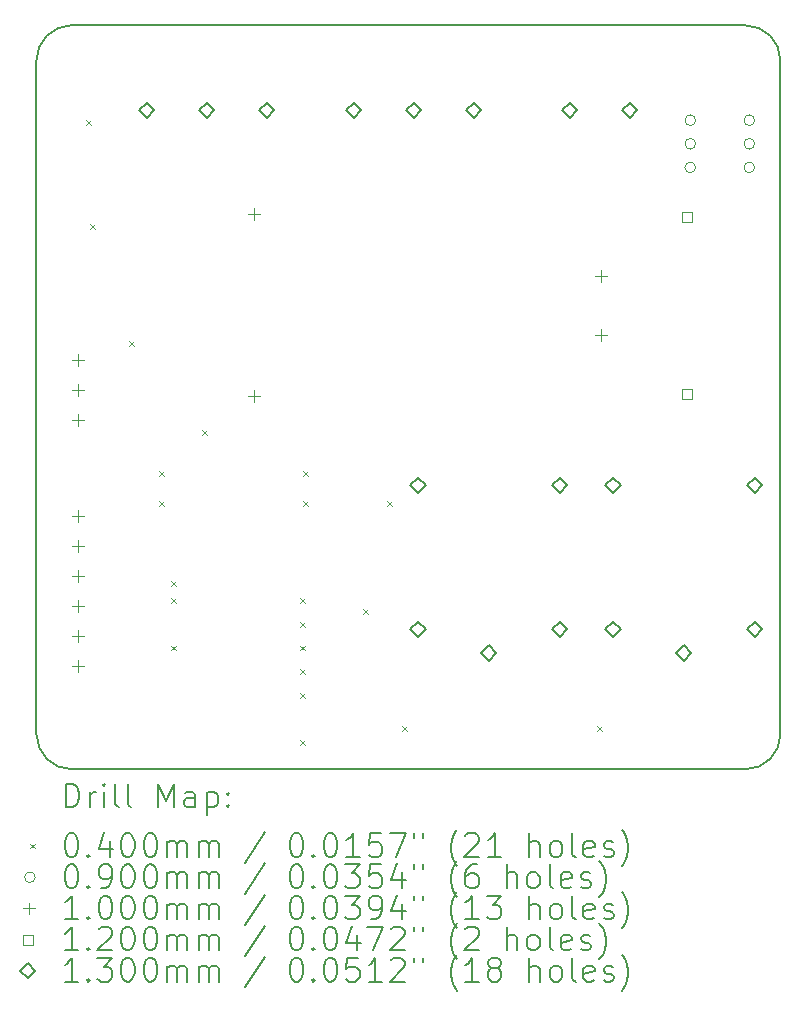
<source format=gbr>
%TF.GenerationSoftware,KiCad,Pcbnew,7.0.8*%
%TF.CreationDate,2024-05-09T20:38:50-03:00*%
%TF.ProjectId,lamp_module_x2,6c616d70-5f6d-46f6-9475-6c655f78322e,1.1*%
%TF.SameCoordinates,Original*%
%TF.FileFunction,Drillmap*%
%TF.FilePolarity,Positive*%
%FSLAX45Y45*%
G04 Gerber Fmt 4.5, Leading zero omitted, Abs format (unit mm)*
G04 Created by KiCad (PCBNEW 7.0.8) date 2024-05-09 20:38:50*
%MOMM*%
%LPD*%
G01*
G04 APERTURE LIST*
%ADD10C,0.200000*%
%ADD11C,0.040000*%
%ADD12C,0.090000*%
%ADD13C,0.100000*%
%ADD14C,0.120000*%
%ADD15C,0.130000*%
G04 APERTURE END LIST*
D10*
X11684000Y-5091815D02*
G75*
G03*
X11384000Y-5391815I-8J-299992D01*
G01*
X17684000Y-5391810D02*
G75*
G03*
X17384000Y-5091810I-299992J8D01*
G01*
X11384000Y-11091815D02*
G75*
G03*
X11684000Y-11391815I299992J-8D01*
G01*
X11684000Y-5091810D02*
X17384000Y-5091810D01*
X11384000Y-11091815D02*
X11384000Y-5391815D01*
X11684000Y-11391815D02*
X17384000Y-11391815D01*
X17684000Y-5391810D02*
X17684000Y-11091815D01*
X17384000Y-11391820D02*
G75*
G03*
X17684000Y-11091815I0J300000D01*
G01*
D11*
X11803700Y-5893730D02*
X11843700Y-5933730D01*
X11843700Y-5893730D02*
X11803700Y-5933730D01*
X11841800Y-6773130D02*
X11881800Y-6813130D01*
X11881800Y-6773130D02*
X11841800Y-6813130D01*
X12170600Y-7765100D02*
X12210600Y-7805100D01*
X12210600Y-7765100D02*
X12170600Y-7805100D01*
X12426000Y-8870000D02*
X12466000Y-8910000D01*
X12466000Y-8870000D02*
X12426000Y-8910000D01*
X12426000Y-9124000D02*
X12466000Y-9164000D01*
X12466000Y-9124000D02*
X12426000Y-9164000D01*
X12526100Y-9798585D02*
X12566100Y-9838585D01*
X12566100Y-9798585D02*
X12526100Y-9838585D01*
X12526100Y-9944785D02*
X12566100Y-9984785D01*
X12566100Y-9944785D02*
X12526100Y-9984785D01*
X12526100Y-10344785D02*
X12566100Y-10384785D01*
X12566100Y-10344785D02*
X12526100Y-10384785D01*
X12789830Y-8522400D02*
X12829830Y-8562400D01*
X12829830Y-8522400D02*
X12789830Y-8562400D01*
X13618300Y-9944785D02*
X13658300Y-9984785D01*
X13658300Y-9944785D02*
X13618300Y-9984785D01*
X13618300Y-10144785D02*
X13658300Y-10184785D01*
X13658300Y-10144785D02*
X13618300Y-10184785D01*
X13618300Y-11144785D02*
X13658300Y-11184785D01*
X13658300Y-11144785D02*
X13618300Y-11184785D01*
X13618300Y-10344785D02*
X13658300Y-10384785D01*
X13658300Y-10344785D02*
X13618300Y-10384785D01*
X13618300Y-10544785D02*
X13658300Y-10584785D01*
X13658300Y-10544785D02*
X13618300Y-10584785D01*
X13618300Y-10744785D02*
X13658300Y-10784785D01*
X13658300Y-10744785D02*
X13618300Y-10784785D01*
X13645200Y-8870000D02*
X13685200Y-8910000D01*
X13685200Y-8870000D02*
X13645200Y-8910000D01*
X13645200Y-9124000D02*
X13685200Y-9164000D01*
X13685200Y-9124000D02*
X13645200Y-9164000D01*
X14151700Y-10038400D02*
X14191700Y-10078400D01*
X14191700Y-10038400D02*
X14151700Y-10078400D01*
X14356400Y-9124000D02*
X14396400Y-9164000D01*
X14396400Y-9124000D02*
X14356400Y-9164000D01*
X14481900Y-11029000D02*
X14521900Y-11069000D01*
X14521900Y-11029000D02*
X14481900Y-11069000D01*
X16133600Y-11029000D02*
X16173600Y-11069000D01*
X16173600Y-11029000D02*
X16133600Y-11069000D01*
D12*
X16965400Y-5896000D02*
G75*
G03*
X16965400Y-5896000I-45000J0D01*
G01*
X16965400Y-6096000D02*
G75*
G03*
X16965400Y-6096000I-45000J0D01*
G01*
X16965400Y-6296000D02*
G75*
G03*
X16965400Y-6296000I-45000J0D01*
G01*
X17465400Y-5896000D02*
G75*
G03*
X17465400Y-5896000I-45000J0D01*
G01*
X17465400Y-6096000D02*
G75*
G03*
X17465400Y-6096000I-45000J0D01*
G01*
X17465400Y-6296000D02*
G75*
G03*
X17465400Y-6296000I-45000J0D01*
G01*
D13*
X11734800Y-9195600D02*
X11734800Y-9295600D01*
X11684800Y-9245600D02*
X11784800Y-9245600D01*
X11734800Y-9449600D02*
X11734800Y-9549600D01*
X11684800Y-9499600D02*
X11784800Y-9499600D01*
X11734800Y-9703600D02*
X11734800Y-9803600D01*
X11684800Y-9753600D02*
X11784800Y-9753600D01*
X11734800Y-9957600D02*
X11734800Y-10057600D01*
X11684800Y-10007600D02*
X11784800Y-10007600D01*
X11734800Y-10211600D02*
X11734800Y-10311600D01*
X11684800Y-10261600D02*
X11784800Y-10261600D01*
X11734800Y-10465600D02*
X11734800Y-10565600D01*
X11684800Y-10515600D02*
X11784800Y-10515600D01*
X11737300Y-7874800D02*
X11737300Y-7974800D01*
X11687300Y-7924800D02*
X11787300Y-7924800D01*
X11737300Y-8128800D02*
X11737300Y-8228800D01*
X11687300Y-8178800D02*
X11787300Y-8178800D01*
X11737300Y-8382800D02*
X11737300Y-8482800D01*
X11687300Y-8432800D02*
X11787300Y-8432800D01*
X13225250Y-6643130D02*
X13225250Y-6743130D01*
X13175250Y-6693130D02*
X13275250Y-6693130D01*
X13225250Y-8183130D02*
X13225250Y-8283130D01*
X13175250Y-8233130D02*
X13275250Y-8233130D01*
X16165250Y-7163130D02*
X16165250Y-7263130D01*
X16115250Y-7213130D02*
X16215250Y-7213130D01*
X16165250Y-7663130D02*
X16165250Y-7763130D01*
X16115250Y-7713130D02*
X16215250Y-7713130D01*
D14*
X16935827Y-6755557D02*
X16935827Y-6670703D01*
X16850973Y-6670703D01*
X16850973Y-6755557D01*
X16935827Y-6755557D01*
X16935827Y-8255557D02*
X16935827Y-8170703D01*
X16850973Y-8170703D01*
X16850973Y-8255557D01*
X16935827Y-8255557D01*
D15*
X12319000Y-5877130D02*
X12384000Y-5812130D01*
X12319000Y-5747130D01*
X12254000Y-5812130D01*
X12319000Y-5877130D01*
X12827000Y-5877130D02*
X12892000Y-5812130D01*
X12827000Y-5747130D01*
X12762000Y-5812130D01*
X12827000Y-5877130D01*
X13335000Y-5877130D02*
X13400000Y-5812130D01*
X13335000Y-5747130D01*
X13270000Y-5812130D01*
X13335000Y-5877130D01*
X14071600Y-5877130D02*
X14136600Y-5812130D01*
X14071600Y-5747130D01*
X14006600Y-5812130D01*
X14071600Y-5877130D01*
X14579600Y-5877130D02*
X14644600Y-5812130D01*
X14579600Y-5747130D01*
X14514600Y-5812130D01*
X14579600Y-5877130D01*
X14613900Y-9051200D02*
X14678900Y-8986200D01*
X14613900Y-8921200D01*
X14548900Y-8986200D01*
X14613900Y-9051200D01*
X14613900Y-10271200D02*
X14678900Y-10206200D01*
X14613900Y-10141200D01*
X14548900Y-10206200D01*
X14613900Y-10271200D01*
X15087600Y-5877130D02*
X15152600Y-5812130D01*
X15087600Y-5747130D01*
X15022600Y-5812130D01*
X15087600Y-5877130D01*
X15213900Y-10471200D02*
X15278900Y-10406200D01*
X15213900Y-10341200D01*
X15148900Y-10406200D01*
X15213900Y-10471200D01*
X15813900Y-9051200D02*
X15878900Y-8986200D01*
X15813900Y-8921200D01*
X15748900Y-8986200D01*
X15813900Y-9051200D01*
X15813900Y-10271200D02*
X15878900Y-10206200D01*
X15813900Y-10141200D01*
X15748900Y-10206200D01*
X15813900Y-10271200D01*
X15900400Y-5877130D02*
X15965400Y-5812130D01*
X15900400Y-5747130D01*
X15835400Y-5812130D01*
X15900400Y-5877130D01*
X16265600Y-9051200D02*
X16330600Y-8986200D01*
X16265600Y-8921200D01*
X16200600Y-8986200D01*
X16265600Y-9051200D01*
X16265600Y-10271200D02*
X16330600Y-10206200D01*
X16265600Y-10141200D01*
X16200600Y-10206200D01*
X16265600Y-10271200D01*
X16408400Y-5877130D02*
X16473400Y-5812130D01*
X16408400Y-5747130D01*
X16343400Y-5812130D01*
X16408400Y-5877130D01*
X16865600Y-10471200D02*
X16930600Y-10406200D01*
X16865600Y-10341200D01*
X16800600Y-10406200D01*
X16865600Y-10471200D01*
X17465600Y-9051200D02*
X17530600Y-8986200D01*
X17465600Y-8921200D01*
X17400600Y-8986200D01*
X17465600Y-9051200D01*
X17465600Y-10271200D02*
X17530600Y-10206200D01*
X17465600Y-10141200D01*
X17400600Y-10206200D01*
X17465600Y-10271200D01*
D10*
X11634777Y-11713299D02*
X11634777Y-11513299D01*
X11634777Y-11513299D02*
X11682396Y-11513299D01*
X11682396Y-11513299D02*
X11710967Y-11522823D01*
X11710967Y-11522823D02*
X11730015Y-11541871D01*
X11730015Y-11541871D02*
X11739539Y-11560918D01*
X11739539Y-11560918D02*
X11749062Y-11599013D01*
X11749062Y-11599013D02*
X11749062Y-11627585D01*
X11749062Y-11627585D02*
X11739539Y-11665680D01*
X11739539Y-11665680D02*
X11730015Y-11684728D01*
X11730015Y-11684728D02*
X11710967Y-11703775D01*
X11710967Y-11703775D02*
X11682396Y-11713299D01*
X11682396Y-11713299D02*
X11634777Y-11713299D01*
X11834777Y-11713299D02*
X11834777Y-11579966D01*
X11834777Y-11618061D02*
X11844300Y-11599013D01*
X11844300Y-11599013D02*
X11853824Y-11589490D01*
X11853824Y-11589490D02*
X11872872Y-11579966D01*
X11872872Y-11579966D02*
X11891920Y-11579966D01*
X11958586Y-11713299D02*
X11958586Y-11579966D01*
X11958586Y-11513299D02*
X11949062Y-11522823D01*
X11949062Y-11522823D02*
X11958586Y-11532347D01*
X11958586Y-11532347D02*
X11968110Y-11522823D01*
X11968110Y-11522823D02*
X11958586Y-11513299D01*
X11958586Y-11513299D02*
X11958586Y-11532347D01*
X12082396Y-11713299D02*
X12063348Y-11703775D01*
X12063348Y-11703775D02*
X12053824Y-11684728D01*
X12053824Y-11684728D02*
X12053824Y-11513299D01*
X12187158Y-11713299D02*
X12168110Y-11703775D01*
X12168110Y-11703775D02*
X12158586Y-11684728D01*
X12158586Y-11684728D02*
X12158586Y-11513299D01*
X12415729Y-11713299D02*
X12415729Y-11513299D01*
X12415729Y-11513299D02*
X12482396Y-11656156D01*
X12482396Y-11656156D02*
X12549062Y-11513299D01*
X12549062Y-11513299D02*
X12549062Y-11713299D01*
X12730015Y-11713299D02*
X12730015Y-11608537D01*
X12730015Y-11608537D02*
X12720491Y-11589490D01*
X12720491Y-11589490D02*
X12701443Y-11579966D01*
X12701443Y-11579966D02*
X12663348Y-11579966D01*
X12663348Y-11579966D02*
X12644300Y-11589490D01*
X12730015Y-11703775D02*
X12710967Y-11713299D01*
X12710967Y-11713299D02*
X12663348Y-11713299D01*
X12663348Y-11713299D02*
X12644300Y-11703775D01*
X12644300Y-11703775D02*
X12634777Y-11684728D01*
X12634777Y-11684728D02*
X12634777Y-11665680D01*
X12634777Y-11665680D02*
X12644300Y-11646632D01*
X12644300Y-11646632D02*
X12663348Y-11637109D01*
X12663348Y-11637109D02*
X12710967Y-11637109D01*
X12710967Y-11637109D02*
X12730015Y-11627585D01*
X12825253Y-11579966D02*
X12825253Y-11779966D01*
X12825253Y-11589490D02*
X12844300Y-11579966D01*
X12844300Y-11579966D02*
X12882396Y-11579966D01*
X12882396Y-11579966D02*
X12901443Y-11589490D01*
X12901443Y-11589490D02*
X12910967Y-11599013D01*
X12910967Y-11599013D02*
X12920491Y-11618061D01*
X12920491Y-11618061D02*
X12920491Y-11675204D01*
X12920491Y-11675204D02*
X12910967Y-11694251D01*
X12910967Y-11694251D02*
X12901443Y-11703775D01*
X12901443Y-11703775D02*
X12882396Y-11713299D01*
X12882396Y-11713299D02*
X12844300Y-11713299D01*
X12844300Y-11713299D02*
X12825253Y-11703775D01*
X13006205Y-11694251D02*
X13015729Y-11703775D01*
X13015729Y-11703775D02*
X13006205Y-11713299D01*
X13006205Y-11713299D02*
X12996681Y-11703775D01*
X12996681Y-11703775D02*
X13006205Y-11694251D01*
X13006205Y-11694251D02*
X13006205Y-11713299D01*
X13006205Y-11589490D02*
X13015729Y-11599013D01*
X13015729Y-11599013D02*
X13006205Y-11608537D01*
X13006205Y-11608537D02*
X12996681Y-11599013D01*
X12996681Y-11599013D02*
X13006205Y-11589490D01*
X13006205Y-11589490D02*
X13006205Y-11608537D01*
D11*
X11334000Y-12021815D02*
X11374000Y-12061815D01*
X11374000Y-12021815D02*
X11334000Y-12061815D01*
D10*
X11672872Y-11933299D02*
X11691920Y-11933299D01*
X11691920Y-11933299D02*
X11710967Y-11942823D01*
X11710967Y-11942823D02*
X11720491Y-11952347D01*
X11720491Y-11952347D02*
X11730015Y-11971394D01*
X11730015Y-11971394D02*
X11739539Y-12009490D01*
X11739539Y-12009490D02*
X11739539Y-12057109D01*
X11739539Y-12057109D02*
X11730015Y-12095204D01*
X11730015Y-12095204D02*
X11720491Y-12114251D01*
X11720491Y-12114251D02*
X11710967Y-12123775D01*
X11710967Y-12123775D02*
X11691920Y-12133299D01*
X11691920Y-12133299D02*
X11672872Y-12133299D01*
X11672872Y-12133299D02*
X11653824Y-12123775D01*
X11653824Y-12123775D02*
X11644300Y-12114251D01*
X11644300Y-12114251D02*
X11634777Y-12095204D01*
X11634777Y-12095204D02*
X11625253Y-12057109D01*
X11625253Y-12057109D02*
X11625253Y-12009490D01*
X11625253Y-12009490D02*
X11634777Y-11971394D01*
X11634777Y-11971394D02*
X11644300Y-11952347D01*
X11644300Y-11952347D02*
X11653824Y-11942823D01*
X11653824Y-11942823D02*
X11672872Y-11933299D01*
X11825253Y-12114251D02*
X11834777Y-12123775D01*
X11834777Y-12123775D02*
X11825253Y-12133299D01*
X11825253Y-12133299D02*
X11815729Y-12123775D01*
X11815729Y-12123775D02*
X11825253Y-12114251D01*
X11825253Y-12114251D02*
X11825253Y-12133299D01*
X12006205Y-11999966D02*
X12006205Y-12133299D01*
X11958586Y-11923775D02*
X11910967Y-12066632D01*
X11910967Y-12066632D02*
X12034777Y-12066632D01*
X12149062Y-11933299D02*
X12168110Y-11933299D01*
X12168110Y-11933299D02*
X12187158Y-11942823D01*
X12187158Y-11942823D02*
X12196681Y-11952347D01*
X12196681Y-11952347D02*
X12206205Y-11971394D01*
X12206205Y-11971394D02*
X12215729Y-12009490D01*
X12215729Y-12009490D02*
X12215729Y-12057109D01*
X12215729Y-12057109D02*
X12206205Y-12095204D01*
X12206205Y-12095204D02*
X12196681Y-12114251D01*
X12196681Y-12114251D02*
X12187158Y-12123775D01*
X12187158Y-12123775D02*
X12168110Y-12133299D01*
X12168110Y-12133299D02*
X12149062Y-12133299D01*
X12149062Y-12133299D02*
X12130015Y-12123775D01*
X12130015Y-12123775D02*
X12120491Y-12114251D01*
X12120491Y-12114251D02*
X12110967Y-12095204D01*
X12110967Y-12095204D02*
X12101443Y-12057109D01*
X12101443Y-12057109D02*
X12101443Y-12009490D01*
X12101443Y-12009490D02*
X12110967Y-11971394D01*
X12110967Y-11971394D02*
X12120491Y-11952347D01*
X12120491Y-11952347D02*
X12130015Y-11942823D01*
X12130015Y-11942823D02*
X12149062Y-11933299D01*
X12339539Y-11933299D02*
X12358586Y-11933299D01*
X12358586Y-11933299D02*
X12377634Y-11942823D01*
X12377634Y-11942823D02*
X12387158Y-11952347D01*
X12387158Y-11952347D02*
X12396681Y-11971394D01*
X12396681Y-11971394D02*
X12406205Y-12009490D01*
X12406205Y-12009490D02*
X12406205Y-12057109D01*
X12406205Y-12057109D02*
X12396681Y-12095204D01*
X12396681Y-12095204D02*
X12387158Y-12114251D01*
X12387158Y-12114251D02*
X12377634Y-12123775D01*
X12377634Y-12123775D02*
X12358586Y-12133299D01*
X12358586Y-12133299D02*
X12339539Y-12133299D01*
X12339539Y-12133299D02*
X12320491Y-12123775D01*
X12320491Y-12123775D02*
X12310967Y-12114251D01*
X12310967Y-12114251D02*
X12301443Y-12095204D01*
X12301443Y-12095204D02*
X12291920Y-12057109D01*
X12291920Y-12057109D02*
X12291920Y-12009490D01*
X12291920Y-12009490D02*
X12301443Y-11971394D01*
X12301443Y-11971394D02*
X12310967Y-11952347D01*
X12310967Y-11952347D02*
X12320491Y-11942823D01*
X12320491Y-11942823D02*
X12339539Y-11933299D01*
X12491920Y-12133299D02*
X12491920Y-11999966D01*
X12491920Y-12019013D02*
X12501443Y-12009490D01*
X12501443Y-12009490D02*
X12520491Y-11999966D01*
X12520491Y-11999966D02*
X12549062Y-11999966D01*
X12549062Y-11999966D02*
X12568110Y-12009490D01*
X12568110Y-12009490D02*
X12577634Y-12028537D01*
X12577634Y-12028537D02*
X12577634Y-12133299D01*
X12577634Y-12028537D02*
X12587158Y-12009490D01*
X12587158Y-12009490D02*
X12606205Y-11999966D01*
X12606205Y-11999966D02*
X12634777Y-11999966D01*
X12634777Y-11999966D02*
X12653824Y-12009490D01*
X12653824Y-12009490D02*
X12663348Y-12028537D01*
X12663348Y-12028537D02*
X12663348Y-12133299D01*
X12758586Y-12133299D02*
X12758586Y-11999966D01*
X12758586Y-12019013D02*
X12768110Y-12009490D01*
X12768110Y-12009490D02*
X12787158Y-11999966D01*
X12787158Y-11999966D02*
X12815729Y-11999966D01*
X12815729Y-11999966D02*
X12834777Y-12009490D01*
X12834777Y-12009490D02*
X12844301Y-12028537D01*
X12844301Y-12028537D02*
X12844301Y-12133299D01*
X12844301Y-12028537D02*
X12853824Y-12009490D01*
X12853824Y-12009490D02*
X12872872Y-11999966D01*
X12872872Y-11999966D02*
X12901443Y-11999966D01*
X12901443Y-11999966D02*
X12920491Y-12009490D01*
X12920491Y-12009490D02*
X12930015Y-12028537D01*
X12930015Y-12028537D02*
X12930015Y-12133299D01*
X13320491Y-11923775D02*
X13149063Y-12180918D01*
X13577634Y-11933299D02*
X13596682Y-11933299D01*
X13596682Y-11933299D02*
X13615729Y-11942823D01*
X13615729Y-11942823D02*
X13625253Y-11952347D01*
X13625253Y-11952347D02*
X13634777Y-11971394D01*
X13634777Y-11971394D02*
X13644301Y-12009490D01*
X13644301Y-12009490D02*
X13644301Y-12057109D01*
X13644301Y-12057109D02*
X13634777Y-12095204D01*
X13634777Y-12095204D02*
X13625253Y-12114251D01*
X13625253Y-12114251D02*
X13615729Y-12123775D01*
X13615729Y-12123775D02*
X13596682Y-12133299D01*
X13596682Y-12133299D02*
X13577634Y-12133299D01*
X13577634Y-12133299D02*
X13558586Y-12123775D01*
X13558586Y-12123775D02*
X13549063Y-12114251D01*
X13549063Y-12114251D02*
X13539539Y-12095204D01*
X13539539Y-12095204D02*
X13530015Y-12057109D01*
X13530015Y-12057109D02*
X13530015Y-12009490D01*
X13530015Y-12009490D02*
X13539539Y-11971394D01*
X13539539Y-11971394D02*
X13549063Y-11952347D01*
X13549063Y-11952347D02*
X13558586Y-11942823D01*
X13558586Y-11942823D02*
X13577634Y-11933299D01*
X13730015Y-12114251D02*
X13739539Y-12123775D01*
X13739539Y-12123775D02*
X13730015Y-12133299D01*
X13730015Y-12133299D02*
X13720491Y-12123775D01*
X13720491Y-12123775D02*
X13730015Y-12114251D01*
X13730015Y-12114251D02*
X13730015Y-12133299D01*
X13863348Y-11933299D02*
X13882396Y-11933299D01*
X13882396Y-11933299D02*
X13901444Y-11942823D01*
X13901444Y-11942823D02*
X13910967Y-11952347D01*
X13910967Y-11952347D02*
X13920491Y-11971394D01*
X13920491Y-11971394D02*
X13930015Y-12009490D01*
X13930015Y-12009490D02*
X13930015Y-12057109D01*
X13930015Y-12057109D02*
X13920491Y-12095204D01*
X13920491Y-12095204D02*
X13910967Y-12114251D01*
X13910967Y-12114251D02*
X13901444Y-12123775D01*
X13901444Y-12123775D02*
X13882396Y-12133299D01*
X13882396Y-12133299D02*
X13863348Y-12133299D01*
X13863348Y-12133299D02*
X13844301Y-12123775D01*
X13844301Y-12123775D02*
X13834777Y-12114251D01*
X13834777Y-12114251D02*
X13825253Y-12095204D01*
X13825253Y-12095204D02*
X13815729Y-12057109D01*
X13815729Y-12057109D02*
X13815729Y-12009490D01*
X13815729Y-12009490D02*
X13825253Y-11971394D01*
X13825253Y-11971394D02*
X13834777Y-11952347D01*
X13834777Y-11952347D02*
X13844301Y-11942823D01*
X13844301Y-11942823D02*
X13863348Y-11933299D01*
X14120491Y-12133299D02*
X14006205Y-12133299D01*
X14063348Y-12133299D02*
X14063348Y-11933299D01*
X14063348Y-11933299D02*
X14044301Y-11961871D01*
X14044301Y-11961871D02*
X14025253Y-11980918D01*
X14025253Y-11980918D02*
X14006205Y-11990442D01*
X14301444Y-11933299D02*
X14206205Y-11933299D01*
X14206205Y-11933299D02*
X14196682Y-12028537D01*
X14196682Y-12028537D02*
X14206205Y-12019013D01*
X14206205Y-12019013D02*
X14225253Y-12009490D01*
X14225253Y-12009490D02*
X14272872Y-12009490D01*
X14272872Y-12009490D02*
X14291920Y-12019013D01*
X14291920Y-12019013D02*
X14301444Y-12028537D01*
X14301444Y-12028537D02*
X14310967Y-12047585D01*
X14310967Y-12047585D02*
X14310967Y-12095204D01*
X14310967Y-12095204D02*
X14301444Y-12114251D01*
X14301444Y-12114251D02*
X14291920Y-12123775D01*
X14291920Y-12123775D02*
X14272872Y-12133299D01*
X14272872Y-12133299D02*
X14225253Y-12133299D01*
X14225253Y-12133299D02*
X14206205Y-12123775D01*
X14206205Y-12123775D02*
X14196682Y-12114251D01*
X14377634Y-11933299D02*
X14510967Y-11933299D01*
X14510967Y-11933299D02*
X14425253Y-12133299D01*
X14577634Y-11933299D02*
X14577634Y-11971394D01*
X14653825Y-11933299D02*
X14653825Y-11971394D01*
X14949063Y-12209490D02*
X14939539Y-12199966D01*
X14939539Y-12199966D02*
X14920491Y-12171394D01*
X14920491Y-12171394D02*
X14910967Y-12152347D01*
X14910967Y-12152347D02*
X14901444Y-12123775D01*
X14901444Y-12123775D02*
X14891920Y-12076156D01*
X14891920Y-12076156D02*
X14891920Y-12038061D01*
X14891920Y-12038061D02*
X14901444Y-11990442D01*
X14901444Y-11990442D02*
X14910967Y-11961871D01*
X14910967Y-11961871D02*
X14920491Y-11942823D01*
X14920491Y-11942823D02*
X14939539Y-11914251D01*
X14939539Y-11914251D02*
X14949063Y-11904728D01*
X15015729Y-11952347D02*
X15025253Y-11942823D01*
X15025253Y-11942823D02*
X15044301Y-11933299D01*
X15044301Y-11933299D02*
X15091920Y-11933299D01*
X15091920Y-11933299D02*
X15110967Y-11942823D01*
X15110967Y-11942823D02*
X15120491Y-11952347D01*
X15120491Y-11952347D02*
X15130015Y-11971394D01*
X15130015Y-11971394D02*
X15130015Y-11990442D01*
X15130015Y-11990442D02*
X15120491Y-12019013D01*
X15120491Y-12019013D02*
X15006206Y-12133299D01*
X15006206Y-12133299D02*
X15130015Y-12133299D01*
X15320491Y-12133299D02*
X15206206Y-12133299D01*
X15263348Y-12133299D02*
X15263348Y-11933299D01*
X15263348Y-11933299D02*
X15244301Y-11961871D01*
X15244301Y-11961871D02*
X15225253Y-11980918D01*
X15225253Y-11980918D02*
X15206206Y-11990442D01*
X15558587Y-12133299D02*
X15558587Y-11933299D01*
X15644301Y-12133299D02*
X15644301Y-12028537D01*
X15644301Y-12028537D02*
X15634777Y-12009490D01*
X15634777Y-12009490D02*
X15615729Y-11999966D01*
X15615729Y-11999966D02*
X15587158Y-11999966D01*
X15587158Y-11999966D02*
X15568110Y-12009490D01*
X15568110Y-12009490D02*
X15558587Y-12019013D01*
X15768110Y-12133299D02*
X15749063Y-12123775D01*
X15749063Y-12123775D02*
X15739539Y-12114251D01*
X15739539Y-12114251D02*
X15730015Y-12095204D01*
X15730015Y-12095204D02*
X15730015Y-12038061D01*
X15730015Y-12038061D02*
X15739539Y-12019013D01*
X15739539Y-12019013D02*
X15749063Y-12009490D01*
X15749063Y-12009490D02*
X15768110Y-11999966D01*
X15768110Y-11999966D02*
X15796682Y-11999966D01*
X15796682Y-11999966D02*
X15815729Y-12009490D01*
X15815729Y-12009490D02*
X15825253Y-12019013D01*
X15825253Y-12019013D02*
X15834777Y-12038061D01*
X15834777Y-12038061D02*
X15834777Y-12095204D01*
X15834777Y-12095204D02*
X15825253Y-12114251D01*
X15825253Y-12114251D02*
X15815729Y-12123775D01*
X15815729Y-12123775D02*
X15796682Y-12133299D01*
X15796682Y-12133299D02*
X15768110Y-12133299D01*
X15949063Y-12133299D02*
X15930015Y-12123775D01*
X15930015Y-12123775D02*
X15920491Y-12104728D01*
X15920491Y-12104728D02*
X15920491Y-11933299D01*
X16101444Y-12123775D02*
X16082396Y-12133299D01*
X16082396Y-12133299D02*
X16044301Y-12133299D01*
X16044301Y-12133299D02*
X16025253Y-12123775D01*
X16025253Y-12123775D02*
X16015729Y-12104728D01*
X16015729Y-12104728D02*
X16015729Y-12028537D01*
X16015729Y-12028537D02*
X16025253Y-12009490D01*
X16025253Y-12009490D02*
X16044301Y-11999966D01*
X16044301Y-11999966D02*
X16082396Y-11999966D01*
X16082396Y-11999966D02*
X16101444Y-12009490D01*
X16101444Y-12009490D02*
X16110968Y-12028537D01*
X16110968Y-12028537D02*
X16110968Y-12047585D01*
X16110968Y-12047585D02*
X16015729Y-12066632D01*
X16187158Y-12123775D02*
X16206206Y-12133299D01*
X16206206Y-12133299D02*
X16244301Y-12133299D01*
X16244301Y-12133299D02*
X16263349Y-12123775D01*
X16263349Y-12123775D02*
X16272872Y-12104728D01*
X16272872Y-12104728D02*
X16272872Y-12095204D01*
X16272872Y-12095204D02*
X16263349Y-12076156D01*
X16263349Y-12076156D02*
X16244301Y-12066632D01*
X16244301Y-12066632D02*
X16215729Y-12066632D01*
X16215729Y-12066632D02*
X16196682Y-12057109D01*
X16196682Y-12057109D02*
X16187158Y-12038061D01*
X16187158Y-12038061D02*
X16187158Y-12028537D01*
X16187158Y-12028537D02*
X16196682Y-12009490D01*
X16196682Y-12009490D02*
X16215729Y-11999966D01*
X16215729Y-11999966D02*
X16244301Y-11999966D01*
X16244301Y-11999966D02*
X16263349Y-12009490D01*
X16339539Y-12209490D02*
X16349063Y-12199966D01*
X16349063Y-12199966D02*
X16368110Y-12171394D01*
X16368110Y-12171394D02*
X16377634Y-12152347D01*
X16377634Y-12152347D02*
X16387158Y-12123775D01*
X16387158Y-12123775D02*
X16396682Y-12076156D01*
X16396682Y-12076156D02*
X16396682Y-12038061D01*
X16396682Y-12038061D02*
X16387158Y-11990442D01*
X16387158Y-11990442D02*
X16377634Y-11961871D01*
X16377634Y-11961871D02*
X16368110Y-11942823D01*
X16368110Y-11942823D02*
X16349063Y-11914251D01*
X16349063Y-11914251D02*
X16339539Y-11904728D01*
D12*
X11374000Y-12305815D02*
G75*
G03*
X11374000Y-12305815I-45000J0D01*
G01*
D10*
X11672872Y-12197299D02*
X11691920Y-12197299D01*
X11691920Y-12197299D02*
X11710967Y-12206823D01*
X11710967Y-12206823D02*
X11720491Y-12216347D01*
X11720491Y-12216347D02*
X11730015Y-12235394D01*
X11730015Y-12235394D02*
X11739539Y-12273490D01*
X11739539Y-12273490D02*
X11739539Y-12321109D01*
X11739539Y-12321109D02*
X11730015Y-12359204D01*
X11730015Y-12359204D02*
X11720491Y-12378251D01*
X11720491Y-12378251D02*
X11710967Y-12387775D01*
X11710967Y-12387775D02*
X11691920Y-12397299D01*
X11691920Y-12397299D02*
X11672872Y-12397299D01*
X11672872Y-12397299D02*
X11653824Y-12387775D01*
X11653824Y-12387775D02*
X11644300Y-12378251D01*
X11644300Y-12378251D02*
X11634777Y-12359204D01*
X11634777Y-12359204D02*
X11625253Y-12321109D01*
X11625253Y-12321109D02*
X11625253Y-12273490D01*
X11625253Y-12273490D02*
X11634777Y-12235394D01*
X11634777Y-12235394D02*
X11644300Y-12216347D01*
X11644300Y-12216347D02*
X11653824Y-12206823D01*
X11653824Y-12206823D02*
X11672872Y-12197299D01*
X11825253Y-12378251D02*
X11834777Y-12387775D01*
X11834777Y-12387775D02*
X11825253Y-12397299D01*
X11825253Y-12397299D02*
X11815729Y-12387775D01*
X11815729Y-12387775D02*
X11825253Y-12378251D01*
X11825253Y-12378251D02*
X11825253Y-12397299D01*
X11930015Y-12397299D02*
X11968110Y-12397299D01*
X11968110Y-12397299D02*
X11987158Y-12387775D01*
X11987158Y-12387775D02*
X11996681Y-12378251D01*
X11996681Y-12378251D02*
X12015729Y-12349680D01*
X12015729Y-12349680D02*
X12025253Y-12311585D01*
X12025253Y-12311585D02*
X12025253Y-12235394D01*
X12025253Y-12235394D02*
X12015729Y-12216347D01*
X12015729Y-12216347D02*
X12006205Y-12206823D01*
X12006205Y-12206823D02*
X11987158Y-12197299D01*
X11987158Y-12197299D02*
X11949062Y-12197299D01*
X11949062Y-12197299D02*
X11930015Y-12206823D01*
X11930015Y-12206823D02*
X11920491Y-12216347D01*
X11920491Y-12216347D02*
X11910967Y-12235394D01*
X11910967Y-12235394D02*
X11910967Y-12283013D01*
X11910967Y-12283013D02*
X11920491Y-12302061D01*
X11920491Y-12302061D02*
X11930015Y-12311585D01*
X11930015Y-12311585D02*
X11949062Y-12321109D01*
X11949062Y-12321109D02*
X11987158Y-12321109D01*
X11987158Y-12321109D02*
X12006205Y-12311585D01*
X12006205Y-12311585D02*
X12015729Y-12302061D01*
X12015729Y-12302061D02*
X12025253Y-12283013D01*
X12149062Y-12197299D02*
X12168110Y-12197299D01*
X12168110Y-12197299D02*
X12187158Y-12206823D01*
X12187158Y-12206823D02*
X12196681Y-12216347D01*
X12196681Y-12216347D02*
X12206205Y-12235394D01*
X12206205Y-12235394D02*
X12215729Y-12273490D01*
X12215729Y-12273490D02*
X12215729Y-12321109D01*
X12215729Y-12321109D02*
X12206205Y-12359204D01*
X12206205Y-12359204D02*
X12196681Y-12378251D01*
X12196681Y-12378251D02*
X12187158Y-12387775D01*
X12187158Y-12387775D02*
X12168110Y-12397299D01*
X12168110Y-12397299D02*
X12149062Y-12397299D01*
X12149062Y-12397299D02*
X12130015Y-12387775D01*
X12130015Y-12387775D02*
X12120491Y-12378251D01*
X12120491Y-12378251D02*
X12110967Y-12359204D01*
X12110967Y-12359204D02*
X12101443Y-12321109D01*
X12101443Y-12321109D02*
X12101443Y-12273490D01*
X12101443Y-12273490D02*
X12110967Y-12235394D01*
X12110967Y-12235394D02*
X12120491Y-12216347D01*
X12120491Y-12216347D02*
X12130015Y-12206823D01*
X12130015Y-12206823D02*
X12149062Y-12197299D01*
X12339539Y-12197299D02*
X12358586Y-12197299D01*
X12358586Y-12197299D02*
X12377634Y-12206823D01*
X12377634Y-12206823D02*
X12387158Y-12216347D01*
X12387158Y-12216347D02*
X12396681Y-12235394D01*
X12396681Y-12235394D02*
X12406205Y-12273490D01*
X12406205Y-12273490D02*
X12406205Y-12321109D01*
X12406205Y-12321109D02*
X12396681Y-12359204D01*
X12396681Y-12359204D02*
X12387158Y-12378251D01*
X12387158Y-12378251D02*
X12377634Y-12387775D01*
X12377634Y-12387775D02*
X12358586Y-12397299D01*
X12358586Y-12397299D02*
X12339539Y-12397299D01*
X12339539Y-12397299D02*
X12320491Y-12387775D01*
X12320491Y-12387775D02*
X12310967Y-12378251D01*
X12310967Y-12378251D02*
X12301443Y-12359204D01*
X12301443Y-12359204D02*
X12291920Y-12321109D01*
X12291920Y-12321109D02*
X12291920Y-12273490D01*
X12291920Y-12273490D02*
X12301443Y-12235394D01*
X12301443Y-12235394D02*
X12310967Y-12216347D01*
X12310967Y-12216347D02*
X12320491Y-12206823D01*
X12320491Y-12206823D02*
X12339539Y-12197299D01*
X12491920Y-12397299D02*
X12491920Y-12263966D01*
X12491920Y-12283013D02*
X12501443Y-12273490D01*
X12501443Y-12273490D02*
X12520491Y-12263966D01*
X12520491Y-12263966D02*
X12549062Y-12263966D01*
X12549062Y-12263966D02*
X12568110Y-12273490D01*
X12568110Y-12273490D02*
X12577634Y-12292537D01*
X12577634Y-12292537D02*
X12577634Y-12397299D01*
X12577634Y-12292537D02*
X12587158Y-12273490D01*
X12587158Y-12273490D02*
X12606205Y-12263966D01*
X12606205Y-12263966D02*
X12634777Y-12263966D01*
X12634777Y-12263966D02*
X12653824Y-12273490D01*
X12653824Y-12273490D02*
X12663348Y-12292537D01*
X12663348Y-12292537D02*
X12663348Y-12397299D01*
X12758586Y-12397299D02*
X12758586Y-12263966D01*
X12758586Y-12283013D02*
X12768110Y-12273490D01*
X12768110Y-12273490D02*
X12787158Y-12263966D01*
X12787158Y-12263966D02*
X12815729Y-12263966D01*
X12815729Y-12263966D02*
X12834777Y-12273490D01*
X12834777Y-12273490D02*
X12844301Y-12292537D01*
X12844301Y-12292537D02*
X12844301Y-12397299D01*
X12844301Y-12292537D02*
X12853824Y-12273490D01*
X12853824Y-12273490D02*
X12872872Y-12263966D01*
X12872872Y-12263966D02*
X12901443Y-12263966D01*
X12901443Y-12263966D02*
X12920491Y-12273490D01*
X12920491Y-12273490D02*
X12930015Y-12292537D01*
X12930015Y-12292537D02*
X12930015Y-12397299D01*
X13320491Y-12187775D02*
X13149063Y-12444918D01*
X13577634Y-12197299D02*
X13596682Y-12197299D01*
X13596682Y-12197299D02*
X13615729Y-12206823D01*
X13615729Y-12206823D02*
X13625253Y-12216347D01*
X13625253Y-12216347D02*
X13634777Y-12235394D01*
X13634777Y-12235394D02*
X13644301Y-12273490D01*
X13644301Y-12273490D02*
X13644301Y-12321109D01*
X13644301Y-12321109D02*
X13634777Y-12359204D01*
X13634777Y-12359204D02*
X13625253Y-12378251D01*
X13625253Y-12378251D02*
X13615729Y-12387775D01*
X13615729Y-12387775D02*
X13596682Y-12397299D01*
X13596682Y-12397299D02*
X13577634Y-12397299D01*
X13577634Y-12397299D02*
X13558586Y-12387775D01*
X13558586Y-12387775D02*
X13549063Y-12378251D01*
X13549063Y-12378251D02*
X13539539Y-12359204D01*
X13539539Y-12359204D02*
X13530015Y-12321109D01*
X13530015Y-12321109D02*
X13530015Y-12273490D01*
X13530015Y-12273490D02*
X13539539Y-12235394D01*
X13539539Y-12235394D02*
X13549063Y-12216347D01*
X13549063Y-12216347D02*
X13558586Y-12206823D01*
X13558586Y-12206823D02*
X13577634Y-12197299D01*
X13730015Y-12378251D02*
X13739539Y-12387775D01*
X13739539Y-12387775D02*
X13730015Y-12397299D01*
X13730015Y-12397299D02*
X13720491Y-12387775D01*
X13720491Y-12387775D02*
X13730015Y-12378251D01*
X13730015Y-12378251D02*
X13730015Y-12397299D01*
X13863348Y-12197299D02*
X13882396Y-12197299D01*
X13882396Y-12197299D02*
X13901444Y-12206823D01*
X13901444Y-12206823D02*
X13910967Y-12216347D01*
X13910967Y-12216347D02*
X13920491Y-12235394D01*
X13920491Y-12235394D02*
X13930015Y-12273490D01*
X13930015Y-12273490D02*
X13930015Y-12321109D01*
X13930015Y-12321109D02*
X13920491Y-12359204D01*
X13920491Y-12359204D02*
X13910967Y-12378251D01*
X13910967Y-12378251D02*
X13901444Y-12387775D01*
X13901444Y-12387775D02*
X13882396Y-12397299D01*
X13882396Y-12397299D02*
X13863348Y-12397299D01*
X13863348Y-12397299D02*
X13844301Y-12387775D01*
X13844301Y-12387775D02*
X13834777Y-12378251D01*
X13834777Y-12378251D02*
X13825253Y-12359204D01*
X13825253Y-12359204D02*
X13815729Y-12321109D01*
X13815729Y-12321109D02*
X13815729Y-12273490D01*
X13815729Y-12273490D02*
X13825253Y-12235394D01*
X13825253Y-12235394D02*
X13834777Y-12216347D01*
X13834777Y-12216347D02*
X13844301Y-12206823D01*
X13844301Y-12206823D02*
X13863348Y-12197299D01*
X13996682Y-12197299D02*
X14120491Y-12197299D01*
X14120491Y-12197299D02*
X14053824Y-12273490D01*
X14053824Y-12273490D02*
X14082396Y-12273490D01*
X14082396Y-12273490D02*
X14101444Y-12283013D01*
X14101444Y-12283013D02*
X14110967Y-12292537D01*
X14110967Y-12292537D02*
X14120491Y-12311585D01*
X14120491Y-12311585D02*
X14120491Y-12359204D01*
X14120491Y-12359204D02*
X14110967Y-12378251D01*
X14110967Y-12378251D02*
X14101444Y-12387775D01*
X14101444Y-12387775D02*
X14082396Y-12397299D01*
X14082396Y-12397299D02*
X14025253Y-12397299D01*
X14025253Y-12397299D02*
X14006205Y-12387775D01*
X14006205Y-12387775D02*
X13996682Y-12378251D01*
X14301444Y-12197299D02*
X14206205Y-12197299D01*
X14206205Y-12197299D02*
X14196682Y-12292537D01*
X14196682Y-12292537D02*
X14206205Y-12283013D01*
X14206205Y-12283013D02*
X14225253Y-12273490D01*
X14225253Y-12273490D02*
X14272872Y-12273490D01*
X14272872Y-12273490D02*
X14291920Y-12283013D01*
X14291920Y-12283013D02*
X14301444Y-12292537D01*
X14301444Y-12292537D02*
X14310967Y-12311585D01*
X14310967Y-12311585D02*
X14310967Y-12359204D01*
X14310967Y-12359204D02*
X14301444Y-12378251D01*
X14301444Y-12378251D02*
X14291920Y-12387775D01*
X14291920Y-12387775D02*
X14272872Y-12397299D01*
X14272872Y-12397299D02*
X14225253Y-12397299D01*
X14225253Y-12397299D02*
X14206205Y-12387775D01*
X14206205Y-12387775D02*
X14196682Y-12378251D01*
X14482396Y-12263966D02*
X14482396Y-12397299D01*
X14434777Y-12187775D02*
X14387158Y-12330632D01*
X14387158Y-12330632D02*
X14510967Y-12330632D01*
X14577634Y-12197299D02*
X14577634Y-12235394D01*
X14653825Y-12197299D02*
X14653825Y-12235394D01*
X14949063Y-12473490D02*
X14939539Y-12463966D01*
X14939539Y-12463966D02*
X14920491Y-12435394D01*
X14920491Y-12435394D02*
X14910967Y-12416347D01*
X14910967Y-12416347D02*
X14901444Y-12387775D01*
X14901444Y-12387775D02*
X14891920Y-12340156D01*
X14891920Y-12340156D02*
X14891920Y-12302061D01*
X14891920Y-12302061D02*
X14901444Y-12254442D01*
X14901444Y-12254442D02*
X14910967Y-12225871D01*
X14910967Y-12225871D02*
X14920491Y-12206823D01*
X14920491Y-12206823D02*
X14939539Y-12178251D01*
X14939539Y-12178251D02*
X14949063Y-12168728D01*
X15110967Y-12197299D02*
X15072872Y-12197299D01*
X15072872Y-12197299D02*
X15053825Y-12206823D01*
X15053825Y-12206823D02*
X15044301Y-12216347D01*
X15044301Y-12216347D02*
X15025253Y-12244918D01*
X15025253Y-12244918D02*
X15015729Y-12283013D01*
X15015729Y-12283013D02*
X15015729Y-12359204D01*
X15015729Y-12359204D02*
X15025253Y-12378251D01*
X15025253Y-12378251D02*
X15034777Y-12387775D01*
X15034777Y-12387775D02*
X15053825Y-12397299D01*
X15053825Y-12397299D02*
X15091920Y-12397299D01*
X15091920Y-12397299D02*
X15110967Y-12387775D01*
X15110967Y-12387775D02*
X15120491Y-12378251D01*
X15120491Y-12378251D02*
X15130015Y-12359204D01*
X15130015Y-12359204D02*
X15130015Y-12311585D01*
X15130015Y-12311585D02*
X15120491Y-12292537D01*
X15120491Y-12292537D02*
X15110967Y-12283013D01*
X15110967Y-12283013D02*
X15091920Y-12273490D01*
X15091920Y-12273490D02*
X15053825Y-12273490D01*
X15053825Y-12273490D02*
X15034777Y-12283013D01*
X15034777Y-12283013D02*
X15025253Y-12292537D01*
X15025253Y-12292537D02*
X15015729Y-12311585D01*
X15368110Y-12397299D02*
X15368110Y-12197299D01*
X15453825Y-12397299D02*
X15453825Y-12292537D01*
X15453825Y-12292537D02*
X15444301Y-12273490D01*
X15444301Y-12273490D02*
X15425253Y-12263966D01*
X15425253Y-12263966D02*
X15396682Y-12263966D01*
X15396682Y-12263966D02*
X15377634Y-12273490D01*
X15377634Y-12273490D02*
X15368110Y-12283013D01*
X15577634Y-12397299D02*
X15558587Y-12387775D01*
X15558587Y-12387775D02*
X15549063Y-12378251D01*
X15549063Y-12378251D02*
X15539539Y-12359204D01*
X15539539Y-12359204D02*
X15539539Y-12302061D01*
X15539539Y-12302061D02*
X15549063Y-12283013D01*
X15549063Y-12283013D02*
X15558587Y-12273490D01*
X15558587Y-12273490D02*
X15577634Y-12263966D01*
X15577634Y-12263966D02*
X15606206Y-12263966D01*
X15606206Y-12263966D02*
X15625253Y-12273490D01*
X15625253Y-12273490D02*
X15634777Y-12283013D01*
X15634777Y-12283013D02*
X15644301Y-12302061D01*
X15644301Y-12302061D02*
X15644301Y-12359204D01*
X15644301Y-12359204D02*
X15634777Y-12378251D01*
X15634777Y-12378251D02*
X15625253Y-12387775D01*
X15625253Y-12387775D02*
X15606206Y-12397299D01*
X15606206Y-12397299D02*
X15577634Y-12397299D01*
X15758587Y-12397299D02*
X15739539Y-12387775D01*
X15739539Y-12387775D02*
X15730015Y-12368728D01*
X15730015Y-12368728D02*
X15730015Y-12197299D01*
X15910968Y-12387775D02*
X15891920Y-12397299D01*
X15891920Y-12397299D02*
X15853825Y-12397299D01*
X15853825Y-12397299D02*
X15834777Y-12387775D01*
X15834777Y-12387775D02*
X15825253Y-12368728D01*
X15825253Y-12368728D02*
X15825253Y-12292537D01*
X15825253Y-12292537D02*
X15834777Y-12273490D01*
X15834777Y-12273490D02*
X15853825Y-12263966D01*
X15853825Y-12263966D02*
X15891920Y-12263966D01*
X15891920Y-12263966D02*
X15910968Y-12273490D01*
X15910968Y-12273490D02*
X15920491Y-12292537D01*
X15920491Y-12292537D02*
X15920491Y-12311585D01*
X15920491Y-12311585D02*
X15825253Y-12330632D01*
X15996682Y-12387775D02*
X16015729Y-12397299D01*
X16015729Y-12397299D02*
X16053825Y-12397299D01*
X16053825Y-12397299D02*
X16072872Y-12387775D01*
X16072872Y-12387775D02*
X16082396Y-12368728D01*
X16082396Y-12368728D02*
X16082396Y-12359204D01*
X16082396Y-12359204D02*
X16072872Y-12340156D01*
X16072872Y-12340156D02*
X16053825Y-12330632D01*
X16053825Y-12330632D02*
X16025253Y-12330632D01*
X16025253Y-12330632D02*
X16006206Y-12321109D01*
X16006206Y-12321109D02*
X15996682Y-12302061D01*
X15996682Y-12302061D02*
X15996682Y-12292537D01*
X15996682Y-12292537D02*
X16006206Y-12273490D01*
X16006206Y-12273490D02*
X16025253Y-12263966D01*
X16025253Y-12263966D02*
X16053825Y-12263966D01*
X16053825Y-12263966D02*
X16072872Y-12273490D01*
X16149063Y-12473490D02*
X16158587Y-12463966D01*
X16158587Y-12463966D02*
X16177634Y-12435394D01*
X16177634Y-12435394D02*
X16187158Y-12416347D01*
X16187158Y-12416347D02*
X16196682Y-12387775D01*
X16196682Y-12387775D02*
X16206206Y-12340156D01*
X16206206Y-12340156D02*
X16206206Y-12302061D01*
X16206206Y-12302061D02*
X16196682Y-12254442D01*
X16196682Y-12254442D02*
X16187158Y-12225871D01*
X16187158Y-12225871D02*
X16177634Y-12206823D01*
X16177634Y-12206823D02*
X16158587Y-12178251D01*
X16158587Y-12178251D02*
X16149063Y-12168728D01*
D13*
X11324000Y-12519815D02*
X11324000Y-12619815D01*
X11274000Y-12569815D02*
X11374000Y-12569815D01*
D10*
X11739539Y-12661299D02*
X11625253Y-12661299D01*
X11682396Y-12661299D02*
X11682396Y-12461299D01*
X11682396Y-12461299D02*
X11663348Y-12489871D01*
X11663348Y-12489871D02*
X11644300Y-12508918D01*
X11644300Y-12508918D02*
X11625253Y-12518442D01*
X11825253Y-12642251D02*
X11834777Y-12651775D01*
X11834777Y-12651775D02*
X11825253Y-12661299D01*
X11825253Y-12661299D02*
X11815729Y-12651775D01*
X11815729Y-12651775D02*
X11825253Y-12642251D01*
X11825253Y-12642251D02*
X11825253Y-12661299D01*
X11958586Y-12461299D02*
X11977634Y-12461299D01*
X11977634Y-12461299D02*
X11996681Y-12470823D01*
X11996681Y-12470823D02*
X12006205Y-12480347D01*
X12006205Y-12480347D02*
X12015729Y-12499394D01*
X12015729Y-12499394D02*
X12025253Y-12537490D01*
X12025253Y-12537490D02*
X12025253Y-12585109D01*
X12025253Y-12585109D02*
X12015729Y-12623204D01*
X12015729Y-12623204D02*
X12006205Y-12642251D01*
X12006205Y-12642251D02*
X11996681Y-12651775D01*
X11996681Y-12651775D02*
X11977634Y-12661299D01*
X11977634Y-12661299D02*
X11958586Y-12661299D01*
X11958586Y-12661299D02*
X11939539Y-12651775D01*
X11939539Y-12651775D02*
X11930015Y-12642251D01*
X11930015Y-12642251D02*
X11920491Y-12623204D01*
X11920491Y-12623204D02*
X11910967Y-12585109D01*
X11910967Y-12585109D02*
X11910967Y-12537490D01*
X11910967Y-12537490D02*
X11920491Y-12499394D01*
X11920491Y-12499394D02*
X11930015Y-12480347D01*
X11930015Y-12480347D02*
X11939539Y-12470823D01*
X11939539Y-12470823D02*
X11958586Y-12461299D01*
X12149062Y-12461299D02*
X12168110Y-12461299D01*
X12168110Y-12461299D02*
X12187158Y-12470823D01*
X12187158Y-12470823D02*
X12196681Y-12480347D01*
X12196681Y-12480347D02*
X12206205Y-12499394D01*
X12206205Y-12499394D02*
X12215729Y-12537490D01*
X12215729Y-12537490D02*
X12215729Y-12585109D01*
X12215729Y-12585109D02*
X12206205Y-12623204D01*
X12206205Y-12623204D02*
X12196681Y-12642251D01*
X12196681Y-12642251D02*
X12187158Y-12651775D01*
X12187158Y-12651775D02*
X12168110Y-12661299D01*
X12168110Y-12661299D02*
X12149062Y-12661299D01*
X12149062Y-12661299D02*
X12130015Y-12651775D01*
X12130015Y-12651775D02*
X12120491Y-12642251D01*
X12120491Y-12642251D02*
X12110967Y-12623204D01*
X12110967Y-12623204D02*
X12101443Y-12585109D01*
X12101443Y-12585109D02*
X12101443Y-12537490D01*
X12101443Y-12537490D02*
X12110967Y-12499394D01*
X12110967Y-12499394D02*
X12120491Y-12480347D01*
X12120491Y-12480347D02*
X12130015Y-12470823D01*
X12130015Y-12470823D02*
X12149062Y-12461299D01*
X12339539Y-12461299D02*
X12358586Y-12461299D01*
X12358586Y-12461299D02*
X12377634Y-12470823D01*
X12377634Y-12470823D02*
X12387158Y-12480347D01*
X12387158Y-12480347D02*
X12396681Y-12499394D01*
X12396681Y-12499394D02*
X12406205Y-12537490D01*
X12406205Y-12537490D02*
X12406205Y-12585109D01*
X12406205Y-12585109D02*
X12396681Y-12623204D01*
X12396681Y-12623204D02*
X12387158Y-12642251D01*
X12387158Y-12642251D02*
X12377634Y-12651775D01*
X12377634Y-12651775D02*
X12358586Y-12661299D01*
X12358586Y-12661299D02*
X12339539Y-12661299D01*
X12339539Y-12661299D02*
X12320491Y-12651775D01*
X12320491Y-12651775D02*
X12310967Y-12642251D01*
X12310967Y-12642251D02*
X12301443Y-12623204D01*
X12301443Y-12623204D02*
X12291920Y-12585109D01*
X12291920Y-12585109D02*
X12291920Y-12537490D01*
X12291920Y-12537490D02*
X12301443Y-12499394D01*
X12301443Y-12499394D02*
X12310967Y-12480347D01*
X12310967Y-12480347D02*
X12320491Y-12470823D01*
X12320491Y-12470823D02*
X12339539Y-12461299D01*
X12491920Y-12661299D02*
X12491920Y-12527966D01*
X12491920Y-12547013D02*
X12501443Y-12537490D01*
X12501443Y-12537490D02*
X12520491Y-12527966D01*
X12520491Y-12527966D02*
X12549062Y-12527966D01*
X12549062Y-12527966D02*
X12568110Y-12537490D01*
X12568110Y-12537490D02*
X12577634Y-12556537D01*
X12577634Y-12556537D02*
X12577634Y-12661299D01*
X12577634Y-12556537D02*
X12587158Y-12537490D01*
X12587158Y-12537490D02*
X12606205Y-12527966D01*
X12606205Y-12527966D02*
X12634777Y-12527966D01*
X12634777Y-12527966D02*
X12653824Y-12537490D01*
X12653824Y-12537490D02*
X12663348Y-12556537D01*
X12663348Y-12556537D02*
X12663348Y-12661299D01*
X12758586Y-12661299D02*
X12758586Y-12527966D01*
X12758586Y-12547013D02*
X12768110Y-12537490D01*
X12768110Y-12537490D02*
X12787158Y-12527966D01*
X12787158Y-12527966D02*
X12815729Y-12527966D01*
X12815729Y-12527966D02*
X12834777Y-12537490D01*
X12834777Y-12537490D02*
X12844301Y-12556537D01*
X12844301Y-12556537D02*
X12844301Y-12661299D01*
X12844301Y-12556537D02*
X12853824Y-12537490D01*
X12853824Y-12537490D02*
X12872872Y-12527966D01*
X12872872Y-12527966D02*
X12901443Y-12527966D01*
X12901443Y-12527966D02*
X12920491Y-12537490D01*
X12920491Y-12537490D02*
X12930015Y-12556537D01*
X12930015Y-12556537D02*
X12930015Y-12661299D01*
X13320491Y-12451775D02*
X13149063Y-12708918D01*
X13577634Y-12461299D02*
X13596682Y-12461299D01*
X13596682Y-12461299D02*
X13615729Y-12470823D01*
X13615729Y-12470823D02*
X13625253Y-12480347D01*
X13625253Y-12480347D02*
X13634777Y-12499394D01*
X13634777Y-12499394D02*
X13644301Y-12537490D01*
X13644301Y-12537490D02*
X13644301Y-12585109D01*
X13644301Y-12585109D02*
X13634777Y-12623204D01*
X13634777Y-12623204D02*
X13625253Y-12642251D01*
X13625253Y-12642251D02*
X13615729Y-12651775D01*
X13615729Y-12651775D02*
X13596682Y-12661299D01*
X13596682Y-12661299D02*
X13577634Y-12661299D01*
X13577634Y-12661299D02*
X13558586Y-12651775D01*
X13558586Y-12651775D02*
X13549063Y-12642251D01*
X13549063Y-12642251D02*
X13539539Y-12623204D01*
X13539539Y-12623204D02*
X13530015Y-12585109D01*
X13530015Y-12585109D02*
X13530015Y-12537490D01*
X13530015Y-12537490D02*
X13539539Y-12499394D01*
X13539539Y-12499394D02*
X13549063Y-12480347D01*
X13549063Y-12480347D02*
X13558586Y-12470823D01*
X13558586Y-12470823D02*
X13577634Y-12461299D01*
X13730015Y-12642251D02*
X13739539Y-12651775D01*
X13739539Y-12651775D02*
X13730015Y-12661299D01*
X13730015Y-12661299D02*
X13720491Y-12651775D01*
X13720491Y-12651775D02*
X13730015Y-12642251D01*
X13730015Y-12642251D02*
X13730015Y-12661299D01*
X13863348Y-12461299D02*
X13882396Y-12461299D01*
X13882396Y-12461299D02*
X13901444Y-12470823D01*
X13901444Y-12470823D02*
X13910967Y-12480347D01*
X13910967Y-12480347D02*
X13920491Y-12499394D01*
X13920491Y-12499394D02*
X13930015Y-12537490D01*
X13930015Y-12537490D02*
X13930015Y-12585109D01*
X13930015Y-12585109D02*
X13920491Y-12623204D01*
X13920491Y-12623204D02*
X13910967Y-12642251D01*
X13910967Y-12642251D02*
X13901444Y-12651775D01*
X13901444Y-12651775D02*
X13882396Y-12661299D01*
X13882396Y-12661299D02*
X13863348Y-12661299D01*
X13863348Y-12661299D02*
X13844301Y-12651775D01*
X13844301Y-12651775D02*
X13834777Y-12642251D01*
X13834777Y-12642251D02*
X13825253Y-12623204D01*
X13825253Y-12623204D02*
X13815729Y-12585109D01*
X13815729Y-12585109D02*
X13815729Y-12537490D01*
X13815729Y-12537490D02*
X13825253Y-12499394D01*
X13825253Y-12499394D02*
X13834777Y-12480347D01*
X13834777Y-12480347D02*
X13844301Y-12470823D01*
X13844301Y-12470823D02*
X13863348Y-12461299D01*
X13996682Y-12461299D02*
X14120491Y-12461299D01*
X14120491Y-12461299D02*
X14053824Y-12537490D01*
X14053824Y-12537490D02*
X14082396Y-12537490D01*
X14082396Y-12537490D02*
X14101444Y-12547013D01*
X14101444Y-12547013D02*
X14110967Y-12556537D01*
X14110967Y-12556537D02*
X14120491Y-12575585D01*
X14120491Y-12575585D02*
X14120491Y-12623204D01*
X14120491Y-12623204D02*
X14110967Y-12642251D01*
X14110967Y-12642251D02*
X14101444Y-12651775D01*
X14101444Y-12651775D02*
X14082396Y-12661299D01*
X14082396Y-12661299D02*
X14025253Y-12661299D01*
X14025253Y-12661299D02*
X14006205Y-12651775D01*
X14006205Y-12651775D02*
X13996682Y-12642251D01*
X14215729Y-12661299D02*
X14253824Y-12661299D01*
X14253824Y-12661299D02*
X14272872Y-12651775D01*
X14272872Y-12651775D02*
X14282396Y-12642251D01*
X14282396Y-12642251D02*
X14301444Y-12613680D01*
X14301444Y-12613680D02*
X14310967Y-12575585D01*
X14310967Y-12575585D02*
X14310967Y-12499394D01*
X14310967Y-12499394D02*
X14301444Y-12480347D01*
X14301444Y-12480347D02*
X14291920Y-12470823D01*
X14291920Y-12470823D02*
X14272872Y-12461299D01*
X14272872Y-12461299D02*
X14234777Y-12461299D01*
X14234777Y-12461299D02*
X14215729Y-12470823D01*
X14215729Y-12470823D02*
X14206205Y-12480347D01*
X14206205Y-12480347D02*
X14196682Y-12499394D01*
X14196682Y-12499394D02*
X14196682Y-12547013D01*
X14196682Y-12547013D02*
X14206205Y-12566061D01*
X14206205Y-12566061D02*
X14215729Y-12575585D01*
X14215729Y-12575585D02*
X14234777Y-12585109D01*
X14234777Y-12585109D02*
X14272872Y-12585109D01*
X14272872Y-12585109D02*
X14291920Y-12575585D01*
X14291920Y-12575585D02*
X14301444Y-12566061D01*
X14301444Y-12566061D02*
X14310967Y-12547013D01*
X14482396Y-12527966D02*
X14482396Y-12661299D01*
X14434777Y-12451775D02*
X14387158Y-12594632D01*
X14387158Y-12594632D02*
X14510967Y-12594632D01*
X14577634Y-12461299D02*
X14577634Y-12499394D01*
X14653825Y-12461299D02*
X14653825Y-12499394D01*
X14949063Y-12737490D02*
X14939539Y-12727966D01*
X14939539Y-12727966D02*
X14920491Y-12699394D01*
X14920491Y-12699394D02*
X14910967Y-12680347D01*
X14910967Y-12680347D02*
X14901444Y-12651775D01*
X14901444Y-12651775D02*
X14891920Y-12604156D01*
X14891920Y-12604156D02*
X14891920Y-12566061D01*
X14891920Y-12566061D02*
X14901444Y-12518442D01*
X14901444Y-12518442D02*
X14910967Y-12489871D01*
X14910967Y-12489871D02*
X14920491Y-12470823D01*
X14920491Y-12470823D02*
X14939539Y-12442251D01*
X14939539Y-12442251D02*
X14949063Y-12432728D01*
X15130015Y-12661299D02*
X15015729Y-12661299D01*
X15072872Y-12661299D02*
X15072872Y-12461299D01*
X15072872Y-12461299D02*
X15053825Y-12489871D01*
X15053825Y-12489871D02*
X15034777Y-12508918D01*
X15034777Y-12508918D02*
X15015729Y-12518442D01*
X15196682Y-12461299D02*
X15320491Y-12461299D01*
X15320491Y-12461299D02*
X15253825Y-12537490D01*
X15253825Y-12537490D02*
X15282396Y-12537490D01*
X15282396Y-12537490D02*
X15301444Y-12547013D01*
X15301444Y-12547013D02*
X15310967Y-12556537D01*
X15310967Y-12556537D02*
X15320491Y-12575585D01*
X15320491Y-12575585D02*
X15320491Y-12623204D01*
X15320491Y-12623204D02*
X15310967Y-12642251D01*
X15310967Y-12642251D02*
X15301444Y-12651775D01*
X15301444Y-12651775D02*
X15282396Y-12661299D01*
X15282396Y-12661299D02*
X15225253Y-12661299D01*
X15225253Y-12661299D02*
X15206206Y-12651775D01*
X15206206Y-12651775D02*
X15196682Y-12642251D01*
X15558587Y-12661299D02*
X15558587Y-12461299D01*
X15644301Y-12661299D02*
X15644301Y-12556537D01*
X15644301Y-12556537D02*
X15634777Y-12537490D01*
X15634777Y-12537490D02*
X15615729Y-12527966D01*
X15615729Y-12527966D02*
X15587158Y-12527966D01*
X15587158Y-12527966D02*
X15568110Y-12537490D01*
X15568110Y-12537490D02*
X15558587Y-12547013D01*
X15768110Y-12661299D02*
X15749063Y-12651775D01*
X15749063Y-12651775D02*
X15739539Y-12642251D01*
X15739539Y-12642251D02*
X15730015Y-12623204D01*
X15730015Y-12623204D02*
X15730015Y-12566061D01*
X15730015Y-12566061D02*
X15739539Y-12547013D01*
X15739539Y-12547013D02*
X15749063Y-12537490D01*
X15749063Y-12537490D02*
X15768110Y-12527966D01*
X15768110Y-12527966D02*
X15796682Y-12527966D01*
X15796682Y-12527966D02*
X15815729Y-12537490D01*
X15815729Y-12537490D02*
X15825253Y-12547013D01*
X15825253Y-12547013D02*
X15834777Y-12566061D01*
X15834777Y-12566061D02*
X15834777Y-12623204D01*
X15834777Y-12623204D02*
X15825253Y-12642251D01*
X15825253Y-12642251D02*
X15815729Y-12651775D01*
X15815729Y-12651775D02*
X15796682Y-12661299D01*
X15796682Y-12661299D02*
X15768110Y-12661299D01*
X15949063Y-12661299D02*
X15930015Y-12651775D01*
X15930015Y-12651775D02*
X15920491Y-12632728D01*
X15920491Y-12632728D02*
X15920491Y-12461299D01*
X16101444Y-12651775D02*
X16082396Y-12661299D01*
X16082396Y-12661299D02*
X16044301Y-12661299D01*
X16044301Y-12661299D02*
X16025253Y-12651775D01*
X16025253Y-12651775D02*
X16015729Y-12632728D01*
X16015729Y-12632728D02*
X16015729Y-12556537D01*
X16015729Y-12556537D02*
X16025253Y-12537490D01*
X16025253Y-12537490D02*
X16044301Y-12527966D01*
X16044301Y-12527966D02*
X16082396Y-12527966D01*
X16082396Y-12527966D02*
X16101444Y-12537490D01*
X16101444Y-12537490D02*
X16110968Y-12556537D01*
X16110968Y-12556537D02*
X16110968Y-12575585D01*
X16110968Y-12575585D02*
X16015729Y-12594632D01*
X16187158Y-12651775D02*
X16206206Y-12661299D01*
X16206206Y-12661299D02*
X16244301Y-12661299D01*
X16244301Y-12661299D02*
X16263349Y-12651775D01*
X16263349Y-12651775D02*
X16272872Y-12632728D01*
X16272872Y-12632728D02*
X16272872Y-12623204D01*
X16272872Y-12623204D02*
X16263349Y-12604156D01*
X16263349Y-12604156D02*
X16244301Y-12594632D01*
X16244301Y-12594632D02*
X16215729Y-12594632D01*
X16215729Y-12594632D02*
X16196682Y-12585109D01*
X16196682Y-12585109D02*
X16187158Y-12566061D01*
X16187158Y-12566061D02*
X16187158Y-12556537D01*
X16187158Y-12556537D02*
X16196682Y-12537490D01*
X16196682Y-12537490D02*
X16215729Y-12527966D01*
X16215729Y-12527966D02*
X16244301Y-12527966D01*
X16244301Y-12527966D02*
X16263349Y-12537490D01*
X16339539Y-12737490D02*
X16349063Y-12727966D01*
X16349063Y-12727966D02*
X16368110Y-12699394D01*
X16368110Y-12699394D02*
X16377634Y-12680347D01*
X16377634Y-12680347D02*
X16387158Y-12651775D01*
X16387158Y-12651775D02*
X16396682Y-12604156D01*
X16396682Y-12604156D02*
X16396682Y-12566061D01*
X16396682Y-12566061D02*
X16387158Y-12518442D01*
X16387158Y-12518442D02*
X16377634Y-12489871D01*
X16377634Y-12489871D02*
X16368110Y-12470823D01*
X16368110Y-12470823D02*
X16349063Y-12442251D01*
X16349063Y-12442251D02*
X16339539Y-12432728D01*
D14*
X11356427Y-12876242D02*
X11356427Y-12791389D01*
X11271573Y-12791389D01*
X11271573Y-12876242D01*
X11356427Y-12876242D01*
D10*
X11739539Y-12925299D02*
X11625253Y-12925299D01*
X11682396Y-12925299D02*
X11682396Y-12725299D01*
X11682396Y-12725299D02*
X11663348Y-12753871D01*
X11663348Y-12753871D02*
X11644300Y-12772918D01*
X11644300Y-12772918D02*
X11625253Y-12782442D01*
X11825253Y-12906251D02*
X11834777Y-12915775D01*
X11834777Y-12915775D02*
X11825253Y-12925299D01*
X11825253Y-12925299D02*
X11815729Y-12915775D01*
X11815729Y-12915775D02*
X11825253Y-12906251D01*
X11825253Y-12906251D02*
X11825253Y-12925299D01*
X11910967Y-12744347D02*
X11920491Y-12734823D01*
X11920491Y-12734823D02*
X11939539Y-12725299D01*
X11939539Y-12725299D02*
X11987158Y-12725299D01*
X11987158Y-12725299D02*
X12006205Y-12734823D01*
X12006205Y-12734823D02*
X12015729Y-12744347D01*
X12015729Y-12744347D02*
X12025253Y-12763394D01*
X12025253Y-12763394D02*
X12025253Y-12782442D01*
X12025253Y-12782442D02*
X12015729Y-12811013D01*
X12015729Y-12811013D02*
X11901443Y-12925299D01*
X11901443Y-12925299D02*
X12025253Y-12925299D01*
X12149062Y-12725299D02*
X12168110Y-12725299D01*
X12168110Y-12725299D02*
X12187158Y-12734823D01*
X12187158Y-12734823D02*
X12196681Y-12744347D01*
X12196681Y-12744347D02*
X12206205Y-12763394D01*
X12206205Y-12763394D02*
X12215729Y-12801490D01*
X12215729Y-12801490D02*
X12215729Y-12849109D01*
X12215729Y-12849109D02*
X12206205Y-12887204D01*
X12206205Y-12887204D02*
X12196681Y-12906251D01*
X12196681Y-12906251D02*
X12187158Y-12915775D01*
X12187158Y-12915775D02*
X12168110Y-12925299D01*
X12168110Y-12925299D02*
X12149062Y-12925299D01*
X12149062Y-12925299D02*
X12130015Y-12915775D01*
X12130015Y-12915775D02*
X12120491Y-12906251D01*
X12120491Y-12906251D02*
X12110967Y-12887204D01*
X12110967Y-12887204D02*
X12101443Y-12849109D01*
X12101443Y-12849109D02*
X12101443Y-12801490D01*
X12101443Y-12801490D02*
X12110967Y-12763394D01*
X12110967Y-12763394D02*
X12120491Y-12744347D01*
X12120491Y-12744347D02*
X12130015Y-12734823D01*
X12130015Y-12734823D02*
X12149062Y-12725299D01*
X12339539Y-12725299D02*
X12358586Y-12725299D01*
X12358586Y-12725299D02*
X12377634Y-12734823D01*
X12377634Y-12734823D02*
X12387158Y-12744347D01*
X12387158Y-12744347D02*
X12396681Y-12763394D01*
X12396681Y-12763394D02*
X12406205Y-12801490D01*
X12406205Y-12801490D02*
X12406205Y-12849109D01*
X12406205Y-12849109D02*
X12396681Y-12887204D01*
X12396681Y-12887204D02*
X12387158Y-12906251D01*
X12387158Y-12906251D02*
X12377634Y-12915775D01*
X12377634Y-12915775D02*
X12358586Y-12925299D01*
X12358586Y-12925299D02*
X12339539Y-12925299D01*
X12339539Y-12925299D02*
X12320491Y-12915775D01*
X12320491Y-12915775D02*
X12310967Y-12906251D01*
X12310967Y-12906251D02*
X12301443Y-12887204D01*
X12301443Y-12887204D02*
X12291920Y-12849109D01*
X12291920Y-12849109D02*
X12291920Y-12801490D01*
X12291920Y-12801490D02*
X12301443Y-12763394D01*
X12301443Y-12763394D02*
X12310967Y-12744347D01*
X12310967Y-12744347D02*
X12320491Y-12734823D01*
X12320491Y-12734823D02*
X12339539Y-12725299D01*
X12491920Y-12925299D02*
X12491920Y-12791966D01*
X12491920Y-12811013D02*
X12501443Y-12801490D01*
X12501443Y-12801490D02*
X12520491Y-12791966D01*
X12520491Y-12791966D02*
X12549062Y-12791966D01*
X12549062Y-12791966D02*
X12568110Y-12801490D01*
X12568110Y-12801490D02*
X12577634Y-12820537D01*
X12577634Y-12820537D02*
X12577634Y-12925299D01*
X12577634Y-12820537D02*
X12587158Y-12801490D01*
X12587158Y-12801490D02*
X12606205Y-12791966D01*
X12606205Y-12791966D02*
X12634777Y-12791966D01*
X12634777Y-12791966D02*
X12653824Y-12801490D01*
X12653824Y-12801490D02*
X12663348Y-12820537D01*
X12663348Y-12820537D02*
X12663348Y-12925299D01*
X12758586Y-12925299D02*
X12758586Y-12791966D01*
X12758586Y-12811013D02*
X12768110Y-12801490D01*
X12768110Y-12801490D02*
X12787158Y-12791966D01*
X12787158Y-12791966D02*
X12815729Y-12791966D01*
X12815729Y-12791966D02*
X12834777Y-12801490D01*
X12834777Y-12801490D02*
X12844301Y-12820537D01*
X12844301Y-12820537D02*
X12844301Y-12925299D01*
X12844301Y-12820537D02*
X12853824Y-12801490D01*
X12853824Y-12801490D02*
X12872872Y-12791966D01*
X12872872Y-12791966D02*
X12901443Y-12791966D01*
X12901443Y-12791966D02*
X12920491Y-12801490D01*
X12920491Y-12801490D02*
X12930015Y-12820537D01*
X12930015Y-12820537D02*
X12930015Y-12925299D01*
X13320491Y-12715775D02*
X13149063Y-12972918D01*
X13577634Y-12725299D02*
X13596682Y-12725299D01*
X13596682Y-12725299D02*
X13615729Y-12734823D01*
X13615729Y-12734823D02*
X13625253Y-12744347D01*
X13625253Y-12744347D02*
X13634777Y-12763394D01*
X13634777Y-12763394D02*
X13644301Y-12801490D01*
X13644301Y-12801490D02*
X13644301Y-12849109D01*
X13644301Y-12849109D02*
X13634777Y-12887204D01*
X13634777Y-12887204D02*
X13625253Y-12906251D01*
X13625253Y-12906251D02*
X13615729Y-12915775D01*
X13615729Y-12915775D02*
X13596682Y-12925299D01*
X13596682Y-12925299D02*
X13577634Y-12925299D01*
X13577634Y-12925299D02*
X13558586Y-12915775D01*
X13558586Y-12915775D02*
X13549063Y-12906251D01*
X13549063Y-12906251D02*
X13539539Y-12887204D01*
X13539539Y-12887204D02*
X13530015Y-12849109D01*
X13530015Y-12849109D02*
X13530015Y-12801490D01*
X13530015Y-12801490D02*
X13539539Y-12763394D01*
X13539539Y-12763394D02*
X13549063Y-12744347D01*
X13549063Y-12744347D02*
X13558586Y-12734823D01*
X13558586Y-12734823D02*
X13577634Y-12725299D01*
X13730015Y-12906251D02*
X13739539Y-12915775D01*
X13739539Y-12915775D02*
X13730015Y-12925299D01*
X13730015Y-12925299D02*
X13720491Y-12915775D01*
X13720491Y-12915775D02*
X13730015Y-12906251D01*
X13730015Y-12906251D02*
X13730015Y-12925299D01*
X13863348Y-12725299D02*
X13882396Y-12725299D01*
X13882396Y-12725299D02*
X13901444Y-12734823D01*
X13901444Y-12734823D02*
X13910967Y-12744347D01*
X13910967Y-12744347D02*
X13920491Y-12763394D01*
X13920491Y-12763394D02*
X13930015Y-12801490D01*
X13930015Y-12801490D02*
X13930015Y-12849109D01*
X13930015Y-12849109D02*
X13920491Y-12887204D01*
X13920491Y-12887204D02*
X13910967Y-12906251D01*
X13910967Y-12906251D02*
X13901444Y-12915775D01*
X13901444Y-12915775D02*
X13882396Y-12925299D01*
X13882396Y-12925299D02*
X13863348Y-12925299D01*
X13863348Y-12925299D02*
X13844301Y-12915775D01*
X13844301Y-12915775D02*
X13834777Y-12906251D01*
X13834777Y-12906251D02*
X13825253Y-12887204D01*
X13825253Y-12887204D02*
X13815729Y-12849109D01*
X13815729Y-12849109D02*
X13815729Y-12801490D01*
X13815729Y-12801490D02*
X13825253Y-12763394D01*
X13825253Y-12763394D02*
X13834777Y-12744347D01*
X13834777Y-12744347D02*
X13844301Y-12734823D01*
X13844301Y-12734823D02*
X13863348Y-12725299D01*
X14101444Y-12791966D02*
X14101444Y-12925299D01*
X14053824Y-12715775D02*
X14006205Y-12858632D01*
X14006205Y-12858632D02*
X14130015Y-12858632D01*
X14187158Y-12725299D02*
X14320491Y-12725299D01*
X14320491Y-12725299D02*
X14234777Y-12925299D01*
X14387158Y-12744347D02*
X14396682Y-12734823D01*
X14396682Y-12734823D02*
X14415729Y-12725299D01*
X14415729Y-12725299D02*
X14463348Y-12725299D01*
X14463348Y-12725299D02*
X14482396Y-12734823D01*
X14482396Y-12734823D02*
X14491920Y-12744347D01*
X14491920Y-12744347D02*
X14501444Y-12763394D01*
X14501444Y-12763394D02*
X14501444Y-12782442D01*
X14501444Y-12782442D02*
X14491920Y-12811013D01*
X14491920Y-12811013D02*
X14377634Y-12925299D01*
X14377634Y-12925299D02*
X14501444Y-12925299D01*
X14577634Y-12725299D02*
X14577634Y-12763394D01*
X14653825Y-12725299D02*
X14653825Y-12763394D01*
X14949063Y-13001490D02*
X14939539Y-12991966D01*
X14939539Y-12991966D02*
X14920491Y-12963394D01*
X14920491Y-12963394D02*
X14910967Y-12944347D01*
X14910967Y-12944347D02*
X14901444Y-12915775D01*
X14901444Y-12915775D02*
X14891920Y-12868156D01*
X14891920Y-12868156D02*
X14891920Y-12830061D01*
X14891920Y-12830061D02*
X14901444Y-12782442D01*
X14901444Y-12782442D02*
X14910967Y-12753871D01*
X14910967Y-12753871D02*
X14920491Y-12734823D01*
X14920491Y-12734823D02*
X14939539Y-12706251D01*
X14939539Y-12706251D02*
X14949063Y-12696728D01*
X15015729Y-12744347D02*
X15025253Y-12734823D01*
X15025253Y-12734823D02*
X15044301Y-12725299D01*
X15044301Y-12725299D02*
X15091920Y-12725299D01*
X15091920Y-12725299D02*
X15110967Y-12734823D01*
X15110967Y-12734823D02*
X15120491Y-12744347D01*
X15120491Y-12744347D02*
X15130015Y-12763394D01*
X15130015Y-12763394D02*
X15130015Y-12782442D01*
X15130015Y-12782442D02*
X15120491Y-12811013D01*
X15120491Y-12811013D02*
X15006206Y-12925299D01*
X15006206Y-12925299D02*
X15130015Y-12925299D01*
X15368110Y-12925299D02*
X15368110Y-12725299D01*
X15453825Y-12925299D02*
X15453825Y-12820537D01*
X15453825Y-12820537D02*
X15444301Y-12801490D01*
X15444301Y-12801490D02*
X15425253Y-12791966D01*
X15425253Y-12791966D02*
X15396682Y-12791966D01*
X15396682Y-12791966D02*
X15377634Y-12801490D01*
X15377634Y-12801490D02*
X15368110Y-12811013D01*
X15577634Y-12925299D02*
X15558587Y-12915775D01*
X15558587Y-12915775D02*
X15549063Y-12906251D01*
X15549063Y-12906251D02*
X15539539Y-12887204D01*
X15539539Y-12887204D02*
X15539539Y-12830061D01*
X15539539Y-12830061D02*
X15549063Y-12811013D01*
X15549063Y-12811013D02*
X15558587Y-12801490D01*
X15558587Y-12801490D02*
X15577634Y-12791966D01*
X15577634Y-12791966D02*
X15606206Y-12791966D01*
X15606206Y-12791966D02*
X15625253Y-12801490D01*
X15625253Y-12801490D02*
X15634777Y-12811013D01*
X15634777Y-12811013D02*
X15644301Y-12830061D01*
X15644301Y-12830061D02*
X15644301Y-12887204D01*
X15644301Y-12887204D02*
X15634777Y-12906251D01*
X15634777Y-12906251D02*
X15625253Y-12915775D01*
X15625253Y-12915775D02*
X15606206Y-12925299D01*
X15606206Y-12925299D02*
X15577634Y-12925299D01*
X15758587Y-12925299D02*
X15739539Y-12915775D01*
X15739539Y-12915775D02*
X15730015Y-12896728D01*
X15730015Y-12896728D02*
X15730015Y-12725299D01*
X15910968Y-12915775D02*
X15891920Y-12925299D01*
X15891920Y-12925299D02*
X15853825Y-12925299D01*
X15853825Y-12925299D02*
X15834777Y-12915775D01*
X15834777Y-12915775D02*
X15825253Y-12896728D01*
X15825253Y-12896728D02*
X15825253Y-12820537D01*
X15825253Y-12820537D02*
X15834777Y-12801490D01*
X15834777Y-12801490D02*
X15853825Y-12791966D01*
X15853825Y-12791966D02*
X15891920Y-12791966D01*
X15891920Y-12791966D02*
X15910968Y-12801490D01*
X15910968Y-12801490D02*
X15920491Y-12820537D01*
X15920491Y-12820537D02*
X15920491Y-12839585D01*
X15920491Y-12839585D02*
X15825253Y-12858632D01*
X15996682Y-12915775D02*
X16015729Y-12925299D01*
X16015729Y-12925299D02*
X16053825Y-12925299D01*
X16053825Y-12925299D02*
X16072872Y-12915775D01*
X16072872Y-12915775D02*
X16082396Y-12896728D01*
X16082396Y-12896728D02*
X16082396Y-12887204D01*
X16082396Y-12887204D02*
X16072872Y-12868156D01*
X16072872Y-12868156D02*
X16053825Y-12858632D01*
X16053825Y-12858632D02*
X16025253Y-12858632D01*
X16025253Y-12858632D02*
X16006206Y-12849109D01*
X16006206Y-12849109D02*
X15996682Y-12830061D01*
X15996682Y-12830061D02*
X15996682Y-12820537D01*
X15996682Y-12820537D02*
X16006206Y-12801490D01*
X16006206Y-12801490D02*
X16025253Y-12791966D01*
X16025253Y-12791966D02*
X16053825Y-12791966D01*
X16053825Y-12791966D02*
X16072872Y-12801490D01*
X16149063Y-13001490D02*
X16158587Y-12991966D01*
X16158587Y-12991966D02*
X16177634Y-12963394D01*
X16177634Y-12963394D02*
X16187158Y-12944347D01*
X16187158Y-12944347D02*
X16196682Y-12915775D01*
X16196682Y-12915775D02*
X16206206Y-12868156D01*
X16206206Y-12868156D02*
X16206206Y-12830061D01*
X16206206Y-12830061D02*
X16196682Y-12782442D01*
X16196682Y-12782442D02*
X16187158Y-12753871D01*
X16187158Y-12753871D02*
X16177634Y-12734823D01*
X16177634Y-12734823D02*
X16158587Y-12706251D01*
X16158587Y-12706251D02*
X16149063Y-12696728D01*
D15*
X11309000Y-13162815D02*
X11374000Y-13097815D01*
X11309000Y-13032815D01*
X11244000Y-13097815D01*
X11309000Y-13162815D01*
D10*
X11739539Y-13189299D02*
X11625253Y-13189299D01*
X11682396Y-13189299D02*
X11682396Y-12989299D01*
X11682396Y-12989299D02*
X11663348Y-13017871D01*
X11663348Y-13017871D02*
X11644300Y-13036918D01*
X11644300Y-13036918D02*
X11625253Y-13046442D01*
X11825253Y-13170251D02*
X11834777Y-13179775D01*
X11834777Y-13179775D02*
X11825253Y-13189299D01*
X11825253Y-13189299D02*
X11815729Y-13179775D01*
X11815729Y-13179775D02*
X11825253Y-13170251D01*
X11825253Y-13170251D02*
X11825253Y-13189299D01*
X11901443Y-12989299D02*
X12025253Y-12989299D01*
X12025253Y-12989299D02*
X11958586Y-13065490D01*
X11958586Y-13065490D02*
X11987158Y-13065490D01*
X11987158Y-13065490D02*
X12006205Y-13075013D01*
X12006205Y-13075013D02*
X12015729Y-13084537D01*
X12015729Y-13084537D02*
X12025253Y-13103585D01*
X12025253Y-13103585D02*
X12025253Y-13151204D01*
X12025253Y-13151204D02*
X12015729Y-13170251D01*
X12015729Y-13170251D02*
X12006205Y-13179775D01*
X12006205Y-13179775D02*
X11987158Y-13189299D01*
X11987158Y-13189299D02*
X11930015Y-13189299D01*
X11930015Y-13189299D02*
X11910967Y-13179775D01*
X11910967Y-13179775D02*
X11901443Y-13170251D01*
X12149062Y-12989299D02*
X12168110Y-12989299D01*
X12168110Y-12989299D02*
X12187158Y-12998823D01*
X12187158Y-12998823D02*
X12196681Y-13008347D01*
X12196681Y-13008347D02*
X12206205Y-13027394D01*
X12206205Y-13027394D02*
X12215729Y-13065490D01*
X12215729Y-13065490D02*
X12215729Y-13113109D01*
X12215729Y-13113109D02*
X12206205Y-13151204D01*
X12206205Y-13151204D02*
X12196681Y-13170251D01*
X12196681Y-13170251D02*
X12187158Y-13179775D01*
X12187158Y-13179775D02*
X12168110Y-13189299D01*
X12168110Y-13189299D02*
X12149062Y-13189299D01*
X12149062Y-13189299D02*
X12130015Y-13179775D01*
X12130015Y-13179775D02*
X12120491Y-13170251D01*
X12120491Y-13170251D02*
X12110967Y-13151204D01*
X12110967Y-13151204D02*
X12101443Y-13113109D01*
X12101443Y-13113109D02*
X12101443Y-13065490D01*
X12101443Y-13065490D02*
X12110967Y-13027394D01*
X12110967Y-13027394D02*
X12120491Y-13008347D01*
X12120491Y-13008347D02*
X12130015Y-12998823D01*
X12130015Y-12998823D02*
X12149062Y-12989299D01*
X12339539Y-12989299D02*
X12358586Y-12989299D01*
X12358586Y-12989299D02*
X12377634Y-12998823D01*
X12377634Y-12998823D02*
X12387158Y-13008347D01*
X12387158Y-13008347D02*
X12396681Y-13027394D01*
X12396681Y-13027394D02*
X12406205Y-13065490D01*
X12406205Y-13065490D02*
X12406205Y-13113109D01*
X12406205Y-13113109D02*
X12396681Y-13151204D01*
X12396681Y-13151204D02*
X12387158Y-13170251D01*
X12387158Y-13170251D02*
X12377634Y-13179775D01*
X12377634Y-13179775D02*
X12358586Y-13189299D01*
X12358586Y-13189299D02*
X12339539Y-13189299D01*
X12339539Y-13189299D02*
X12320491Y-13179775D01*
X12320491Y-13179775D02*
X12310967Y-13170251D01*
X12310967Y-13170251D02*
X12301443Y-13151204D01*
X12301443Y-13151204D02*
X12291920Y-13113109D01*
X12291920Y-13113109D02*
X12291920Y-13065490D01*
X12291920Y-13065490D02*
X12301443Y-13027394D01*
X12301443Y-13027394D02*
X12310967Y-13008347D01*
X12310967Y-13008347D02*
X12320491Y-12998823D01*
X12320491Y-12998823D02*
X12339539Y-12989299D01*
X12491920Y-13189299D02*
X12491920Y-13055966D01*
X12491920Y-13075013D02*
X12501443Y-13065490D01*
X12501443Y-13065490D02*
X12520491Y-13055966D01*
X12520491Y-13055966D02*
X12549062Y-13055966D01*
X12549062Y-13055966D02*
X12568110Y-13065490D01*
X12568110Y-13065490D02*
X12577634Y-13084537D01*
X12577634Y-13084537D02*
X12577634Y-13189299D01*
X12577634Y-13084537D02*
X12587158Y-13065490D01*
X12587158Y-13065490D02*
X12606205Y-13055966D01*
X12606205Y-13055966D02*
X12634777Y-13055966D01*
X12634777Y-13055966D02*
X12653824Y-13065490D01*
X12653824Y-13065490D02*
X12663348Y-13084537D01*
X12663348Y-13084537D02*
X12663348Y-13189299D01*
X12758586Y-13189299D02*
X12758586Y-13055966D01*
X12758586Y-13075013D02*
X12768110Y-13065490D01*
X12768110Y-13065490D02*
X12787158Y-13055966D01*
X12787158Y-13055966D02*
X12815729Y-13055966D01*
X12815729Y-13055966D02*
X12834777Y-13065490D01*
X12834777Y-13065490D02*
X12844301Y-13084537D01*
X12844301Y-13084537D02*
X12844301Y-13189299D01*
X12844301Y-13084537D02*
X12853824Y-13065490D01*
X12853824Y-13065490D02*
X12872872Y-13055966D01*
X12872872Y-13055966D02*
X12901443Y-13055966D01*
X12901443Y-13055966D02*
X12920491Y-13065490D01*
X12920491Y-13065490D02*
X12930015Y-13084537D01*
X12930015Y-13084537D02*
X12930015Y-13189299D01*
X13320491Y-12979775D02*
X13149063Y-13236918D01*
X13577634Y-12989299D02*
X13596682Y-12989299D01*
X13596682Y-12989299D02*
X13615729Y-12998823D01*
X13615729Y-12998823D02*
X13625253Y-13008347D01*
X13625253Y-13008347D02*
X13634777Y-13027394D01*
X13634777Y-13027394D02*
X13644301Y-13065490D01*
X13644301Y-13065490D02*
X13644301Y-13113109D01*
X13644301Y-13113109D02*
X13634777Y-13151204D01*
X13634777Y-13151204D02*
X13625253Y-13170251D01*
X13625253Y-13170251D02*
X13615729Y-13179775D01*
X13615729Y-13179775D02*
X13596682Y-13189299D01*
X13596682Y-13189299D02*
X13577634Y-13189299D01*
X13577634Y-13189299D02*
X13558586Y-13179775D01*
X13558586Y-13179775D02*
X13549063Y-13170251D01*
X13549063Y-13170251D02*
X13539539Y-13151204D01*
X13539539Y-13151204D02*
X13530015Y-13113109D01*
X13530015Y-13113109D02*
X13530015Y-13065490D01*
X13530015Y-13065490D02*
X13539539Y-13027394D01*
X13539539Y-13027394D02*
X13549063Y-13008347D01*
X13549063Y-13008347D02*
X13558586Y-12998823D01*
X13558586Y-12998823D02*
X13577634Y-12989299D01*
X13730015Y-13170251D02*
X13739539Y-13179775D01*
X13739539Y-13179775D02*
X13730015Y-13189299D01*
X13730015Y-13189299D02*
X13720491Y-13179775D01*
X13720491Y-13179775D02*
X13730015Y-13170251D01*
X13730015Y-13170251D02*
X13730015Y-13189299D01*
X13863348Y-12989299D02*
X13882396Y-12989299D01*
X13882396Y-12989299D02*
X13901444Y-12998823D01*
X13901444Y-12998823D02*
X13910967Y-13008347D01*
X13910967Y-13008347D02*
X13920491Y-13027394D01*
X13920491Y-13027394D02*
X13930015Y-13065490D01*
X13930015Y-13065490D02*
X13930015Y-13113109D01*
X13930015Y-13113109D02*
X13920491Y-13151204D01*
X13920491Y-13151204D02*
X13910967Y-13170251D01*
X13910967Y-13170251D02*
X13901444Y-13179775D01*
X13901444Y-13179775D02*
X13882396Y-13189299D01*
X13882396Y-13189299D02*
X13863348Y-13189299D01*
X13863348Y-13189299D02*
X13844301Y-13179775D01*
X13844301Y-13179775D02*
X13834777Y-13170251D01*
X13834777Y-13170251D02*
X13825253Y-13151204D01*
X13825253Y-13151204D02*
X13815729Y-13113109D01*
X13815729Y-13113109D02*
X13815729Y-13065490D01*
X13815729Y-13065490D02*
X13825253Y-13027394D01*
X13825253Y-13027394D02*
X13834777Y-13008347D01*
X13834777Y-13008347D02*
X13844301Y-12998823D01*
X13844301Y-12998823D02*
X13863348Y-12989299D01*
X14110967Y-12989299D02*
X14015729Y-12989299D01*
X14015729Y-12989299D02*
X14006205Y-13084537D01*
X14006205Y-13084537D02*
X14015729Y-13075013D01*
X14015729Y-13075013D02*
X14034777Y-13065490D01*
X14034777Y-13065490D02*
X14082396Y-13065490D01*
X14082396Y-13065490D02*
X14101444Y-13075013D01*
X14101444Y-13075013D02*
X14110967Y-13084537D01*
X14110967Y-13084537D02*
X14120491Y-13103585D01*
X14120491Y-13103585D02*
X14120491Y-13151204D01*
X14120491Y-13151204D02*
X14110967Y-13170251D01*
X14110967Y-13170251D02*
X14101444Y-13179775D01*
X14101444Y-13179775D02*
X14082396Y-13189299D01*
X14082396Y-13189299D02*
X14034777Y-13189299D01*
X14034777Y-13189299D02*
X14015729Y-13179775D01*
X14015729Y-13179775D02*
X14006205Y-13170251D01*
X14310967Y-13189299D02*
X14196682Y-13189299D01*
X14253824Y-13189299D02*
X14253824Y-12989299D01*
X14253824Y-12989299D02*
X14234777Y-13017871D01*
X14234777Y-13017871D02*
X14215729Y-13036918D01*
X14215729Y-13036918D02*
X14196682Y-13046442D01*
X14387158Y-13008347D02*
X14396682Y-12998823D01*
X14396682Y-12998823D02*
X14415729Y-12989299D01*
X14415729Y-12989299D02*
X14463348Y-12989299D01*
X14463348Y-12989299D02*
X14482396Y-12998823D01*
X14482396Y-12998823D02*
X14491920Y-13008347D01*
X14491920Y-13008347D02*
X14501444Y-13027394D01*
X14501444Y-13027394D02*
X14501444Y-13046442D01*
X14501444Y-13046442D02*
X14491920Y-13075013D01*
X14491920Y-13075013D02*
X14377634Y-13189299D01*
X14377634Y-13189299D02*
X14501444Y-13189299D01*
X14577634Y-12989299D02*
X14577634Y-13027394D01*
X14653825Y-12989299D02*
X14653825Y-13027394D01*
X14949063Y-13265490D02*
X14939539Y-13255966D01*
X14939539Y-13255966D02*
X14920491Y-13227394D01*
X14920491Y-13227394D02*
X14910967Y-13208347D01*
X14910967Y-13208347D02*
X14901444Y-13179775D01*
X14901444Y-13179775D02*
X14891920Y-13132156D01*
X14891920Y-13132156D02*
X14891920Y-13094061D01*
X14891920Y-13094061D02*
X14901444Y-13046442D01*
X14901444Y-13046442D02*
X14910967Y-13017871D01*
X14910967Y-13017871D02*
X14920491Y-12998823D01*
X14920491Y-12998823D02*
X14939539Y-12970251D01*
X14939539Y-12970251D02*
X14949063Y-12960728D01*
X15130015Y-13189299D02*
X15015729Y-13189299D01*
X15072872Y-13189299D02*
X15072872Y-12989299D01*
X15072872Y-12989299D02*
X15053825Y-13017871D01*
X15053825Y-13017871D02*
X15034777Y-13036918D01*
X15034777Y-13036918D02*
X15015729Y-13046442D01*
X15244301Y-13075013D02*
X15225253Y-13065490D01*
X15225253Y-13065490D02*
X15215729Y-13055966D01*
X15215729Y-13055966D02*
X15206206Y-13036918D01*
X15206206Y-13036918D02*
X15206206Y-13027394D01*
X15206206Y-13027394D02*
X15215729Y-13008347D01*
X15215729Y-13008347D02*
X15225253Y-12998823D01*
X15225253Y-12998823D02*
X15244301Y-12989299D01*
X15244301Y-12989299D02*
X15282396Y-12989299D01*
X15282396Y-12989299D02*
X15301444Y-12998823D01*
X15301444Y-12998823D02*
X15310967Y-13008347D01*
X15310967Y-13008347D02*
X15320491Y-13027394D01*
X15320491Y-13027394D02*
X15320491Y-13036918D01*
X15320491Y-13036918D02*
X15310967Y-13055966D01*
X15310967Y-13055966D02*
X15301444Y-13065490D01*
X15301444Y-13065490D02*
X15282396Y-13075013D01*
X15282396Y-13075013D02*
X15244301Y-13075013D01*
X15244301Y-13075013D02*
X15225253Y-13084537D01*
X15225253Y-13084537D02*
X15215729Y-13094061D01*
X15215729Y-13094061D02*
X15206206Y-13113109D01*
X15206206Y-13113109D02*
X15206206Y-13151204D01*
X15206206Y-13151204D02*
X15215729Y-13170251D01*
X15215729Y-13170251D02*
X15225253Y-13179775D01*
X15225253Y-13179775D02*
X15244301Y-13189299D01*
X15244301Y-13189299D02*
X15282396Y-13189299D01*
X15282396Y-13189299D02*
X15301444Y-13179775D01*
X15301444Y-13179775D02*
X15310967Y-13170251D01*
X15310967Y-13170251D02*
X15320491Y-13151204D01*
X15320491Y-13151204D02*
X15320491Y-13113109D01*
X15320491Y-13113109D02*
X15310967Y-13094061D01*
X15310967Y-13094061D02*
X15301444Y-13084537D01*
X15301444Y-13084537D02*
X15282396Y-13075013D01*
X15558587Y-13189299D02*
X15558587Y-12989299D01*
X15644301Y-13189299D02*
X15644301Y-13084537D01*
X15644301Y-13084537D02*
X15634777Y-13065490D01*
X15634777Y-13065490D02*
X15615729Y-13055966D01*
X15615729Y-13055966D02*
X15587158Y-13055966D01*
X15587158Y-13055966D02*
X15568110Y-13065490D01*
X15568110Y-13065490D02*
X15558587Y-13075013D01*
X15768110Y-13189299D02*
X15749063Y-13179775D01*
X15749063Y-13179775D02*
X15739539Y-13170251D01*
X15739539Y-13170251D02*
X15730015Y-13151204D01*
X15730015Y-13151204D02*
X15730015Y-13094061D01*
X15730015Y-13094061D02*
X15739539Y-13075013D01*
X15739539Y-13075013D02*
X15749063Y-13065490D01*
X15749063Y-13065490D02*
X15768110Y-13055966D01*
X15768110Y-13055966D02*
X15796682Y-13055966D01*
X15796682Y-13055966D02*
X15815729Y-13065490D01*
X15815729Y-13065490D02*
X15825253Y-13075013D01*
X15825253Y-13075013D02*
X15834777Y-13094061D01*
X15834777Y-13094061D02*
X15834777Y-13151204D01*
X15834777Y-13151204D02*
X15825253Y-13170251D01*
X15825253Y-13170251D02*
X15815729Y-13179775D01*
X15815729Y-13179775D02*
X15796682Y-13189299D01*
X15796682Y-13189299D02*
X15768110Y-13189299D01*
X15949063Y-13189299D02*
X15930015Y-13179775D01*
X15930015Y-13179775D02*
X15920491Y-13160728D01*
X15920491Y-13160728D02*
X15920491Y-12989299D01*
X16101444Y-13179775D02*
X16082396Y-13189299D01*
X16082396Y-13189299D02*
X16044301Y-13189299D01*
X16044301Y-13189299D02*
X16025253Y-13179775D01*
X16025253Y-13179775D02*
X16015729Y-13160728D01*
X16015729Y-13160728D02*
X16015729Y-13084537D01*
X16015729Y-13084537D02*
X16025253Y-13065490D01*
X16025253Y-13065490D02*
X16044301Y-13055966D01*
X16044301Y-13055966D02*
X16082396Y-13055966D01*
X16082396Y-13055966D02*
X16101444Y-13065490D01*
X16101444Y-13065490D02*
X16110968Y-13084537D01*
X16110968Y-13084537D02*
X16110968Y-13103585D01*
X16110968Y-13103585D02*
X16015729Y-13122632D01*
X16187158Y-13179775D02*
X16206206Y-13189299D01*
X16206206Y-13189299D02*
X16244301Y-13189299D01*
X16244301Y-13189299D02*
X16263349Y-13179775D01*
X16263349Y-13179775D02*
X16272872Y-13160728D01*
X16272872Y-13160728D02*
X16272872Y-13151204D01*
X16272872Y-13151204D02*
X16263349Y-13132156D01*
X16263349Y-13132156D02*
X16244301Y-13122632D01*
X16244301Y-13122632D02*
X16215729Y-13122632D01*
X16215729Y-13122632D02*
X16196682Y-13113109D01*
X16196682Y-13113109D02*
X16187158Y-13094061D01*
X16187158Y-13094061D02*
X16187158Y-13084537D01*
X16187158Y-13084537D02*
X16196682Y-13065490D01*
X16196682Y-13065490D02*
X16215729Y-13055966D01*
X16215729Y-13055966D02*
X16244301Y-13055966D01*
X16244301Y-13055966D02*
X16263349Y-13065490D01*
X16339539Y-13265490D02*
X16349063Y-13255966D01*
X16349063Y-13255966D02*
X16368110Y-13227394D01*
X16368110Y-13227394D02*
X16377634Y-13208347D01*
X16377634Y-13208347D02*
X16387158Y-13179775D01*
X16387158Y-13179775D02*
X16396682Y-13132156D01*
X16396682Y-13132156D02*
X16396682Y-13094061D01*
X16396682Y-13094061D02*
X16387158Y-13046442D01*
X16387158Y-13046442D02*
X16377634Y-13017871D01*
X16377634Y-13017871D02*
X16368110Y-12998823D01*
X16368110Y-12998823D02*
X16349063Y-12970251D01*
X16349063Y-12970251D02*
X16339539Y-12960728D01*
M02*

</source>
